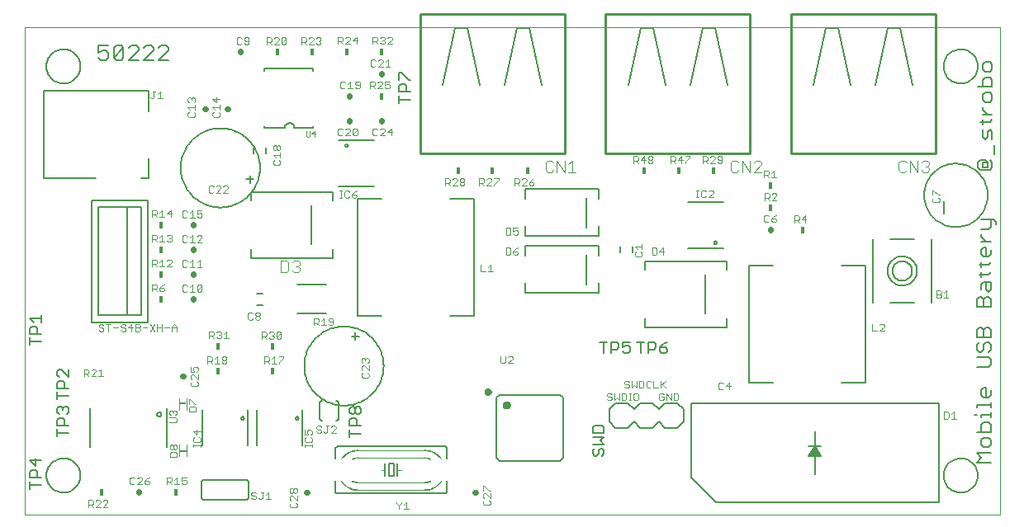
<source format=gto>
G75*
G70*
%OFA0B0*%
%FSLAX24Y24*%
%IPPOS*%
%LPD*%
%AMOC8*
5,1,8,0,0,1.08239X$1,22.5*
%
%ADD10C,0.0000*%
%ADD11C,0.0030*%
%ADD12C,0.0070*%
%ADD13R,0.0180X0.0300*%
%ADD14C,0.0220*%
%ADD15C,0.0060*%
%ADD16C,0.0080*%
%ADD17C,0.0050*%
%ADD18C,0.0160*%
%ADD19C,0.0157*%
%ADD20C,0.0020*%
%ADD21C,0.0040*%
%ADD22R,0.0305X0.0050*%
%ADD23C,0.0001*%
%ADD24C,0.0100*%
D10*
X001240Y001540D02*
X001240Y021225D01*
X040610Y021225D01*
X040610Y001540D01*
X001240Y001540D01*
D11*
X003821Y001835D02*
X003821Y002125D01*
X003966Y002125D01*
X004015Y002077D01*
X004015Y001980D01*
X003966Y001932D01*
X003821Y001932D01*
X003918Y001932D02*
X004015Y001835D01*
X004116Y001835D02*
X004309Y002028D01*
X004309Y002077D01*
X004261Y002125D01*
X004164Y002125D01*
X004116Y002077D01*
X004116Y001835D02*
X004309Y001835D01*
X004410Y001835D02*
X004604Y002028D01*
X004604Y002077D01*
X004555Y002125D01*
X004459Y002125D01*
X004410Y002077D01*
X004410Y001835D02*
X004604Y001835D01*
X005553Y002755D02*
X005650Y002755D01*
X005698Y002803D01*
X005800Y002755D02*
X005993Y002948D01*
X005993Y002997D01*
X005945Y003045D01*
X005848Y003045D01*
X005800Y002997D01*
X005698Y002997D02*
X005650Y003045D01*
X005553Y003045D01*
X005505Y002997D01*
X005505Y002803D01*
X005553Y002755D01*
X005800Y002755D02*
X005993Y002755D01*
X006094Y002803D02*
X006094Y002900D01*
X006239Y002900D01*
X006288Y002852D01*
X006288Y002803D01*
X006239Y002755D01*
X006143Y002755D01*
X006094Y002803D01*
X006094Y002900D02*
X006191Y002997D01*
X006288Y003045D01*
X007005Y003045D02*
X007005Y002755D01*
X007005Y002852D02*
X007150Y002852D01*
X007198Y002900D01*
X007198Y002997D01*
X007150Y003045D01*
X007005Y003045D01*
X007102Y002852D02*
X007198Y002755D01*
X007300Y002755D02*
X007493Y002755D01*
X007396Y002755D02*
X007396Y003045D01*
X007300Y002948D01*
X007594Y002900D02*
X007691Y002948D01*
X007739Y002948D01*
X007788Y002900D01*
X007788Y002803D01*
X007739Y002755D01*
X007643Y002755D01*
X007594Y002803D01*
X007594Y002900D02*
X007594Y003045D01*
X007788Y003045D01*
X007405Y003865D02*
X007115Y003865D01*
X007115Y004010D01*
X007163Y004058D01*
X007357Y004058D01*
X007405Y004010D01*
X007405Y003865D01*
X007357Y004160D02*
X007308Y004160D01*
X007260Y004208D01*
X007260Y004305D01*
X007308Y004353D01*
X007357Y004353D01*
X007405Y004305D01*
X007405Y004208D01*
X007357Y004160D01*
X007260Y004208D02*
X007212Y004160D01*
X007163Y004160D01*
X007115Y004208D01*
X007115Y004305D01*
X007163Y004353D01*
X007212Y004353D01*
X007260Y004305D01*
X008055Y004318D02*
X008345Y004318D01*
X008345Y004366D02*
X008345Y004269D01*
X008297Y004466D02*
X008103Y004466D01*
X008055Y004514D01*
X008055Y004611D01*
X008103Y004659D01*
X008200Y004760D02*
X008200Y004954D01*
X008345Y004905D02*
X008055Y004905D01*
X008200Y004760D01*
X008297Y004659D02*
X008345Y004611D01*
X008345Y004514D01*
X008297Y004466D01*
X008055Y004366D02*
X008055Y004269D01*
X007338Y005257D02*
X007387Y005305D01*
X007387Y005402D01*
X007338Y005451D01*
X007096Y005451D01*
X007145Y005552D02*
X007096Y005600D01*
X007096Y005697D01*
X007145Y005745D01*
X007193Y005745D01*
X007242Y005697D01*
X007290Y005745D01*
X007338Y005745D01*
X007387Y005697D01*
X007387Y005600D01*
X007338Y005552D01*
X007242Y005648D02*
X007242Y005697D01*
X007338Y005257D02*
X007096Y005257D01*
X007875Y005706D02*
X007875Y005851D01*
X007923Y005899D01*
X008117Y005899D01*
X008165Y005851D01*
X008165Y005706D01*
X007875Y005706D01*
X007875Y006000D02*
X007875Y006194D01*
X007923Y006194D01*
X008117Y006000D01*
X008165Y006000D01*
X008197Y006721D02*
X008245Y006769D01*
X008245Y006866D01*
X008197Y006915D01*
X008245Y007016D02*
X008052Y007209D01*
X008003Y007209D01*
X007955Y007161D01*
X007955Y007064D01*
X008003Y007016D01*
X008003Y006915D02*
X007955Y006866D01*
X007955Y006769D01*
X008003Y006721D01*
X008197Y006721D01*
X008245Y007016D02*
X008245Y007209D01*
X008197Y007310D02*
X008245Y007359D01*
X008245Y007455D01*
X008197Y007504D01*
X008100Y007504D01*
X008052Y007455D01*
X008052Y007407D01*
X008100Y007310D01*
X007955Y007310D01*
X007955Y007504D01*
X008621Y007635D02*
X008621Y007925D01*
X008766Y007925D01*
X008815Y007877D01*
X008815Y007780D01*
X008766Y007732D01*
X008621Y007732D01*
X008718Y007732D02*
X008815Y007635D01*
X008916Y007635D02*
X009109Y007635D01*
X009012Y007635D02*
X009012Y007925D01*
X008916Y007828D01*
X009210Y007828D02*
X009210Y007877D01*
X009259Y007925D01*
X009355Y007925D01*
X009404Y007877D01*
X009404Y007828D01*
X009355Y007780D01*
X009259Y007780D01*
X009210Y007828D01*
X009259Y007780D02*
X009210Y007732D01*
X009210Y007683D01*
X009259Y007635D01*
X009355Y007635D01*
X009404Y007683D01*
X009404Y007732D01*
X009355Y007780D01*
X009391Y008655D02*
X009391Y008945D01*
X009294Y008848D01*
X009193Y008848D02*
X009145Y008800D01*
X009193Y008752D01*
X009193Y008703D01*
X009145Y008655D01*
X009048Y008655D01*
X009000Y008703D01*
X008898Y008655D02*
X008802Y008752D01*
X008850Y008752D02*
X008705Y008752D01*
X008705Y008655D02*
X008705Y008945D01*
X008850Y008945D01*
X008898Y008897D01*
X008898Y008800D01*
X008850Y008752D01*
X009000Y008897D02*
X009048Y008945D01*
X009145Y008945D01*
X009193Y008897D01*
X009193Y008848D01*
X009145Y008800D02*
X009096Y008800D01*
X009294Y008655D02*
X009488Y008655D01*
X010266Y009458D02*
X010314Y009410D01*
X010411Y009410D01*
X010459Y009458D01*
X010560Y009458D02*
X010560Y009507D01*
X010609Y009555D01*
X010705Y009555D01*
X010754Y009507D01*
X010754Y009458D01*
X010705Y009410D01*
X010609Y009410D01*
X010560Y009458D01*
X010609Y009555D02*
X010560Y009603D01*
X010560Y009652D01*
X010609Y009700D01*
X010705Y009700D01*
X010754Y009652D01*
X010754Y009603D01*
X010705Y009555D01*
X010459Y009652D02*
X010411Y009700D01*
X010314Y009700D01*
X010266Y009652D01*
X010266Y009458D01*
X010821Y008925D02*
X010966Y008925D01*
X011015Y008877D01*
X011015Y008780D01*
X010966Y008732D01*
X010821Y008732D01*
X010918Y008732D02*
X011015Y008635D01*
X011116Y008683D02*
X011164Y008635D01*
X011261Y008635D01*
X011309Y008683D01*
X011309Y008732D01*
X011261Y008780D01*
X011212Y008780D01*
X011261Y008780D02*
X011309Y008828D01*
X011309Y008877D01*
X011261Y008925D01*
X011164Y008925D01*
X011116Y008877D01*
X011410Y008877D02*
X011410Y008683D01*
X011604Y008877D01*
X011604Y008683D01*
X011555Y008635D01*
X011459Y008635D01*
X011410Y008683D01*
X011410Y008877D02*
X011459Y008925D01*
X011555Y008925D01*
X011604Y008877D01*
X010821Y008925D02*
X010821Y008635D01*
X010921Y007925D02*
X011066Y007925D01*
X011115Y007877D01*
X011115Y007780D01*
X011066Y007732D01*
X010921Y007732D01*
X011018Y007732D02*
X011115Y007635D01*
X011216Y007635D02*
X011409Y007635D01*
X011312Y007635D02*
X011312Y007925D01*
X011216Y007828D01*
X011510Y007925D02*
X011704Y007925D01*
X011704Y007877D01*
X011510Y007683D01*
X011510Y007635D01*
X010921Y007635D02*
X010921Y007925D01*
X012921Y009185D02*
X012921Y009475D01*
X013066Y009475D01*
X013115Y009427D01*
X013115Y009330D01*
X013066Y009282D01*
X012921Y009282D01*
X013018Y009282D02*
X013115Y009185D01*
X013216Y009185D02*
X013409Y009185D01*
X013312Y009185D02*
X013312Y009475D01*
X013216Y009378D01*
X013510Y009378D02*
X013559Y009330D01*
X013704Y009330D01*
X013704Y009233D02*
X013704Y009427D01*
X013655Y009475D01*
X013559Y009475D01*
X013510Y009427D01*
X013510Y009378D01*
X013510Y009233D02*
X013559Y009185D01*
X013655Y009185D01*
X013704Y009233D01*
X014903Y007854D02*
X014952Y007854D01*
X015000Y007805D01*
X015048Y007854D01*
X015097Y007854D01*
X015145Y007805D01*
X015145Y007709D01*
X015097Y007660D01*
X015145Y007559D02*
X015145Y007366D01*
X014952Y007559D01*
X014903Y007559D01*
X014855Y007511D01*
X014855Y007414D01*
X014903Y007366D01*
X014903Y007265D02*
X014855Y007216D01*
X014855Y007119D01*
X014903Y007071D01*
X015097Y007071D01*
X015145Y007119D01*
X015145Y007216D01*
X015097Y007265D01*
X014903Y007660D02*
X014855Y007709D01*
X014855Y007805D01*
X014903Y007854D01*
X015000Y007805D02*
X015000Y007757D01*
X013763Y005125D02*
X013666Y005125D01*
X013618Y005077D01*
X013517Y005125D02*
X013420Y005125D01*
X013468Y005125D02*
X013468Y004883D01*
X013420Y004835D01*
X013372Y004835D01*
X013323Y004883D01*
X013222Y004883D02*
X013174Y004835D01*
X013077Y004835D01*
X013029Y004883D01*
X013077Y004980D02*
X013174Y004980D01*
X013222Y004932D01*
X013222Y004883D01*
X013077Y004980D02*
X013029Y005028D01*
X013029Y005077D01*
X013077Y005125D01*
X013174Y005125D01*
X013222Y005077D01*
X012845Y004905D02*
X012845Y004809D01*
X012797Y004760D01*
X012700Y004760D02*
X012652Y004857D01*
X012652Y004905D01*
X012700Y004954D01*
X012797Y004954D01*
X012845Y004905D01*
X012700Y004760D02*
X012555Y004760D01*
X012555Y004954D01*
X012603Y004659D02*
X012555Y004611D01*
X012555Y004514D01*
X012603Y004466D01*
X012797Y004466D01*
X012845Y004514D01*
X012845Y004611D01*
X012797Y004659D01*
X012845Y004366D02*
X012845Y004269D01*
X012845Y004318D02*
X012555Y004318D01*
X012555Y004366D02*
X012555Y004269D01*
X013618Y004835D02*
X013811Y005028D01*
X013811Y005077D01*
X013763Y005125D01*
X013811Y004835D02*
X013618Y004835D01*
X012197Y002604D02*
X012245Y002555D01*
X012245Y002459D01*
X012197Y002410D01*
X012148Y002410D01*
X012100Y002459D01*
X012100Y002555D01*
X012148Y002604D01*
X012197Y002604D01*
X012100Y002555D02*
X012052Y002604D01*
X012003Y002604D01*
X011955Y002555D01*
X011955Y002459D01*
X012003Y002410D01*
X012052Y002410D01*
X012100Y002459D01*
X012052Y002309D02*
X012003Y002309D01*
X011955Y002261D01*
X011955Y002164D01*
X012003Y002116D01*
X012003Y002015D02*
X011955Y001966D01*
X011955Y001869D01*
X012003Y001821D01*
X012197Y001821D01*
X012245Y001869D01*
X012245Y001966D01*
X012197Y002015D01*
X012245Y002116D02*
X012052Y002309D01*
X012245Y002309D02*
X012245Y002116D01*
X011188Y002155D02*
X010994Y002155D01*
X011091Y002155D02*
X011091Y002445D01*
X010994Y002348D01*
X010893Y002445D02*
X010796Y002445D01*
X010845Y002445D02*
X010845Y002203D01*
X010796Y002155D01*
X010748Y002155D01*
X010700Y002203D01*
X010598Y002203D02*
X010550Y002155D01*
X010453Y002155D01*
X010405Y002203D01*
X010453Y002300D02*
X010550Y002300D01*
X010598Y002252D01*
X010598Y002203D01*
X010453Y002300D02*
X010405Y002348D01*
X010405Y002397D01*
X010453Y002445D01*
X010550Y002445D01*
X010598Y002397D01*
X016255Y002045D02*
X016255Y001997D01*
X016352Y001900D01*
X016352Y001755D01*
X016352Y001900D02*
X016448Y001997D01*
X016448Y002045D01*
X016550Y001948D02*
X016646Y002045D01*
X016646Y001755D01*
X016550Y001755D02*
X016743Y001755D01*
X019755Y001969D02*
X019803Y001921D01*
X019997Y001921D01*
X020045Y001969D01*
X020045Y002066D01*
X019997Y002115D01*
X020045Y002216D02*
X019852Y002409D01*
X019803Y002409D01*
X019755Y002361D01*
X019755Y002264D01*
X019803Y002216D01*
X019803Y002115D02*
X019755Y002066D01*
X019755Y001969D01*
X020045Y002216D02*
X020045Y002409D01*
X020045Y002510D02*
X019997Y002510D01*
X019803Y002704D01*
X019755Y002704D01*
X019755Y002510D01*
X024755Y006203D02*
X024803Y006155D01*
X024900Y006155D01*
X024948Y006203D01*
X024948Y006252D01*
X024900Y006300D01*
X024803Y006300D01*
X024755Y006348D01*
X024755Y006397D01*
X024803Y006445D01*
X024900Y006445D01*
X024948Y006397D01*
X025050Y006445D02*
X025050Y006155D01*
X025146Y006252D01*
X025243Y006155D01*
X025243Y006445D01*
X025344Y006445D02*
X025489Y006445D01*
X025538Y006397D01*
X025538Y006203D01*
X025489Y006155D01*
X025344Y006155D01*
X025344Y006445D01*
X025503Y006655D02*
X025455Y006703D01*
X025503Y006655D02*
X025600Y006655D01*
X025648Y006703D01*
X025648Y006752D01*
X025600Y006800D01*
X025503Y006800D01*
X025455Y006848D01*
X025455Y006897D01*
X025503Y006945D01*
X025600Y006945D01*
X025648Y006897D01*
X025750Y006945D02*
X025750Y006655D01*
X025846Y006752D01*
X025943Y006655D01*
X025943Y006945D01*
X026044Y006945D02*
X026189Y006945D01*
X026238Y006897D01*
X026238Y006703D01*
X026189Y006655D01*
X026044Y006655D01*
X026044Y006945D01*
X026339Y006897D02*
X026339Y006703D01*
X026387Y006655D01*
X026484Y006655D01*
X026532Y006703D01*
X026634Y006655D02*
X026827Y006655D01*
X026928Y006655D02*
X026928Y006945D01*
X026977Y006800D02*
X027122Y006655D01*
X027150Y006445D02*
X027343Y006155D01*
X027343Y006445D01*
X027444Y006445D02*
X027589Y006445D01*
X027638Y006397D01*
X027638Y006203D01*
X027589Y006155D01*
X027444Y006155D01*
X027444Y006445D01*
X027150Y006445D02*
X027150Y006155D01*
X027048Y006203D02*
X027048Y006300D01*
X026952Y006300D01*
X027048Y006203D02*
X027000Y006155D01*
X026903Y006155D01*
X026855Y006203D01*
X026855Y006397D01*
X026903Y006445D01*
X027000Y006445D01*
X027048Y006397D01*
X026634Y006655D02*
X026634Y006945D01*
X026532Y006897D02*
X026484Y006945D01*
X026387Y006945D01*
X026339Y006897D01*
X025981Y006445D02*
X025884Y006445D01*
X025835Y006397D01*
X025835Y006203D01*
X025884Y006155D01*
X025981Y006155D01*
X026029Y006203D01*
X026029Y006397D01*
X025981Y006445D01*
X025736Y006445D02*
X025639Y006445D01*
X025687Y006445D02*
X025687Y006155D01*
X025639Y006155D02*
X025736Y006155D01*
X026928Y006752D02*
X027122Y006945D01*
X029266Y006827D02*
X029266Y006633D01*
X029314Y006585D01*
X029411Y006585D01*
X029459Y006633D01*
X029560Y006730D02*
X029754Y006730D01*
X029705Y006585D02*
X029705Y006875D01*
X029560Y006730D01*
X029459Y006827D02*
X029411Y006875D01*
X029314Y006875D01*
X029266Y006827D01*
X035455Y008955D02*
X035648Y008955D01*
X035750Y008955D02*
X035943Y009148D01*
X035943Y009197D01*
X035895Y009245D01*
X035798Y009245D01*
X035750Y009197D01*
X035750Y008955D02*
X035943Y008955D01*
X035455Y008955D02*
X035455Y009245D01*
X038048Y010300D02*
X038048Y010590D01*
X038193Y010590D01*
X038241Y010542D01*
X038241Y010493D01*
X038193Y010445D01*
X038048Y010445D01*
X038193Y010445D02*
X038241Y010397D01*
X038241Y010348D01*
X038193Y010300D01*
X038048Y010300D01*
X038342Y010300D02*
X038536Y010300D01*
X038439Y010300D02*
X038439Y010590D01*
X038342Y010493D01*
X032755Y013335D02*
X032755Y013625D01*
X032610Y013480D01*
X032804Y013480D01*
X032509Y013480D02*
X032461Y013432D01*
X032316Y013432D01*
X032412Y013432D02*
X032509Y013335D01*
X032509Y013480D02*
X032509Y013577D01*
X032461Y013625D01*
X032316Y013625D01*
X032316Y013335D01*
X031593Y013403D02*
X031593Y013452D01*
X031545Y013500D01*
X031400Y013500D01*
X031400Y013403D01*
X031448Y013355D01*
X031545Y013355D01*
X031593Y013403D01*
X031496Y013597D02*
X031400Y013500D01*
X031496Y013597D02*
X031593Y013645D01*
X031298Y013597D02*
X031250Y013645D01*
X031153Y013645D01*
X031105Y013597D01*
X031105Y013403D01*
X031153Y013355D01*
X031250Y013355D01*
X031298Y013403D01*
X031309Y014235D02*
X031212Y014332D01*
X031261Y014332D02*
X031116Y014332D01*
X031116Y014235D02*
X031116Y014525D01*
X031261Y014525D01*
X031309Y014477D01*
X031309Y014380D01*
X031261Y014332D01*
X031410Y014235D02*
X031604Y014428D01*
X031604Y014477D01*
X031555Y014525D01*
X031459Y014525D01*
X031410Y014477D01*
X031410Y014235D02*
X031604Y014235D01*
X031593Y015155D02*
X031400Y015155D01*
X031496Y015155D02*
X031496Y015445D01*
X031400Y015348D01*
X031298Y015300D02*
X031298Y015397D01*
X031250Y015445D01*
X031105Y015445D01*
X031105Y015155D01*
X031105Y015252D02*
X031250Y015252D01*
X031298Y015300D01*
X031202Y015252D02*
X031298Y015155D01*
X029404Y015783D02*
X029404Y015977D01*
X029355Y016025D01*
X029259Y016025D01*
X029210Y015977D01*
X029210Y015928D01*
X029259Y015880D01*
X029404Y015880D01*
X029404Y015783D02*
X029355Y015735D01*
X029259Y015735D01*
X029210Y015783D01*
X029109Y015735D02*
X028916Y015735D01*
X029109Y015928D01*
X029109Y015977D01*
X029061Y016025D01*
X028964Y016025D01*
X028916Y015977D01*
X028815Y015977D02*
X028815Y015880D01*
X028766Y015832D01*
X028621Y015832D01*
X028718Y015832D02*
X028815Y015735D01*
X028621Y015735D02*
X028621Y016025D01*
X028766Y016025D01*
X028815Y015977D01*
X028104Y015977D02*
X027910Y015783D01*
X027910Y015735D01*
X027761Y015735D02*
X027761Y016025D01*
X027616Y015880D01*
X027809Y015880D01*
X027910Y016025D02*
X028104Y016025D01*
X028104Y015977D01*
X027515Y015977D02*
X027515Y015880D01*
X027466Y015832D01*
X027321Y015832D01*
X027418Y015832D02*
X027515Y015735D01*
X027321Y015735D02*
X027321Y016025D01*
X027466Y016025D01*
X027515Y015977D01*
X026604Y015977D02*
X026604Y015928D01*
X026555Y015880D01*
X026459Y015880D01*
X026410Y015928D01*
X026410Y015977D01*
X026459Y016025D01*
X026555Y016025D01*
X026604Y015977D01*
X026555Y015880D02*
X026604Y015832D01*
X026604Y015783D01*
X026555Y015735D01*
X026459Y015735D01*
X026410Y015783D01*
X026410Y015832D01*
X026459Y015880D01*
X026309Y015880D02*
X026116Y015880D01*
X026261Y016025D01*
X026261Y015735D01*
X026015Y015735D02*
X025918Y015832D01*
X025966Y015832D02*
X025821Y015832D01*
X025821Y015735D02*
X025821Y016025D01*
X025966Y016025D01*
X026015Y015977D01*
X026015Y015880D01*
X025966Y015832D01*
X028355Y014645D02*
X028452Y014645D01*
X028403Y014645D02*
X028403Y014355D01*
X028355Y014355D02*
X028452Y014355D01*
X028551Y014403D02*
X028600Y014355D01*
X028697Y014355D01*
X028745Y014403D01*
X028846Y014355D02*
X029040Y014548D01*
X029040Y014597D01*
X028991Y014645D01*
X028894Y014645D01*
X028846Y014597D01*
X028745Y014597D02*
X028697Y014645D01*
X028600Y014645D01*
X028551Y014597D01*
X028551Y014403D01*
X028846Y014355D02*
X029040Y014355D01*
X027017Y012320D02*
X026872Y012175D01*
X027065Y012175D01*
X027017Y012030D02*
X027017Y012320D01*
X026771Y012272D02*
X026771Y012078D01*
X026722Y012030D01*
X026577Y012030D01*
X026577Y012320D01*
X026722Y012320D01*
X026771Y012272D01*
X026170Y012260D02*
X026170Y012454D01*
X026170Y012357D02*
X025880Y012357D01*
X025977Y012260D01*
X025928Y012159D02*
X025880Y012111D01*
X025880Y012014D01*
X025928Y011966D01*
X026122Y011966D01*
X026170Y012014D01*
X026170Y012111D01*
X026122Y012159D01*
X021165Y012133D02*
X021117Y012181D01*
X020972Y012181D01*
X020972Y012084D01*
X021020Y012036D01*
X021117Y012036D01*
X021165Y012084D01*
X021165Y012133D01*
X021068Y012278D02*
X020972Y012181D01*
X021068Y012278D02*
X021165Y012326D01*
X020871Y012278D02*
X020871Y012084D01*
X020822Y012036D01*
X020677Y012036D01*
X020677Y012326D01*
X020822Y012326D01*
X020871Y012278D01*
X020822Y012836D02*
X020677Y012836D01*
X020677Y013126D01*
X020822Y013126D01*
X020871Y013078D01*
X020871Y012884D01*
X020822Y012836D01*
X020972Y012884D02*
X021020Y012836D01*
X021117Y012836D01*
X021165Y012884D01*
X021165Y012981D01*
X021117Y013030D01*
X021068Y013030D01*
X020972Y012981D01*
X020972Y013126D01*
X021165Y013126D01*
X020046Y011645D02*
X020046Y011355D01*
X019950Y011355D02*
X020143Y011355D01*
X019950Y011548D02*
X020046Y011645D01*
X019848Y011355D02*
X019655Y011355D01*
X019655Y011645D01*
X014654Y014383D02*
X014654Y014432D01*
X014605Y014480D01*
X014460Y014480D01*
X014460Y014383D01*
X014509Y014335D01*
X014605Y014335D01*
X014654Y014383D01*
X014557Y014577D02*
X014460Y014480D01*
X014557Y014577D02*
X014654Y014625D01*
X014359Y014577D02*
X014311Y014625D01*
X014214Y014625D01*
X014166Y014577D01*
X014166Y014383D01*
X014214Y014335D01*
X014311Y014335D01*
X014359Y014383D01*
X014066Y014335D02*
X013969Y014335D01*
X014018Y014335D02*
X014018Y014625D01*
X014066Y014625D02*
X013969Y014625D01*
X011570Y015719D02*
X011570Y015816D01*
X011522Y015865D01*
X011570Y015966D02*
X011570Y016159D01*
X011570Y016062D02*
X011280Y016062D01*
X011377Y015966D01*
X011328Y015865D02*
X011280Y015816D01*
X011280Y015719D01*
X011328Y015671D01*
X011522Y015671D01*
X011570Y015719D01*
X011522Y016260D02*
X011473Y016260D01*
X011425Y016309D01*
X011425Y016405D01*
X011473Y016454D01*
X011522Y016454D01*
X011570Y016405D01*
X011570Y016309D01*
X011522Y016260D01*
X011425Y016309D02*
X011377Y016260D01*
X011328Y016260D01*
X011280Y016309D01*
X011280Y016405D01*
X011328Y016454D01*
X011377Y016454D01*
X011425Y016405D01*
X009125Y017653D02*
X009125Y017750D01*
X009077Y017798D01*
X009125Y017900D02*
X009125Y018093D01*
X009125Y017996D02*
X008835Y017996D01*
X008932Y017900D01*
X008883Y017798D02*
X008835Y017750D01*
X008835Y017653D01*
X008883Y017605D01*
X009077Y017605D01*
X009125Y017653D01*
X008980Y018194D02*
X008980Y018388D01*
X009125Y018339D02*
X008835Y018339D01*
X008980Y018194D01*
X008125Y018243D02*
X008077Y018194D01*
X008125Y018243D02*
X008125Y018339D01*
X008077Y018388D01*
X008028Y018388D01*
X007980Y018339D01*
X007980Y018291D01*
X007980Y018339D02*
X007932Y018388D01*
X007883Y018388D01*
X007835Y018339D01*
X007835Y018243D01*
X007883Y018194D01*
X007835Y017996D02*
X008125Y017996D01*
X008125Y017900D02*
X008125Y018093D01*
X007932Y017900D02*
X007835Y017996D01*
X007883Y017798D02*
X007835Y017750D01*
X007835Y017653D01*
X007883Y017605D01*
X008077Y017605D01*
X008125Y017653D01*
X008125Y017750D01*
X008077Y017798D01*
X006808Y018354D02*
X006615Y018354D01*
X006711Y018354D02*
X006711Y018644D01*
X006615Y018547D01*
X006514Y018644D02*
X006417Y018644D01*
X006465Y018644D02*
X006465Y018402D01*
X006417Y018354D01*
X006368Y018354D01*
X006320Y018402D01*
X009816Y020583D02*
X009864Y020535D01*
X009961Y020535D01*
X010009Y020583D01*
X010110Y020583D02*
X010159Y020535D01*
X010255Y020535D01*
X010304Y020583D01*
X010304Y020777D01*
X010255Y020825D01*
X010159Y020825D01*
X010110Y020777D01*
X010110Y020728D01*
X010159Y020680D01*
X010304Y020680D01*
X010009Y020777D02*
X009961Y020825D01*
X009864Y020825D01*
X009816Y020777D01*
X009816Y020583D01*
X011021Y020535D02*
X011021Y020825D01*
X011166Y020825D01*
X011215Y020777D01*
X011215Y020680D01*
X011166Y020632D01*
X011021Y020632D01*
X011118Y020632D02*
X011215Y020535D01*
X011316Y020535D02*
X011509Y020728D01*
X011509Y020777D01*
X011461Y020825D01*
X011364Y020825D01*
X011316Y020777D01*
X011316Y020535D02*
X011509Y020535D01*
X011610Y020583D02*
X011804Y020777D01*
X011804Y020583D01*
X011755Y020535D01*
X011659Y020535D01*
X011610Y020583D01*
X011610Y020777D01*
X011659Y020825D01*
X011755Y020825D01*
X011804Y020777D01*
X012421Y020825D02*
X012421Y020535D01*
X012421Y020632D02*
X012566Y020632D01*
X012615Y020680D01*
X012615Y020777D01*
X012566Y020825D01*
X012421Y020825D01*
X012518Y020632D02*
X012615Y020535D01*
X012716Y020535D02*
X012909Y020728D01*
X012909Y020777D01*
X012861Y020825D01*
X012764Y020825D01*
X012716Y020777D01*
X012716Y020535D02*
X012909Y020535D01*
X013010Y020583D02*
X013059Y020535D01*
X013155Y020535D01*
X013204Y020583D01*
X013204Y020632D01*
X013155Y020680D01*
X013107Y020680D01*
X013155Y020680D02*
X013204Y020728D01*
X013204Y020777D01*
X013155Y020825D01*
X013059Y020825D01*
X013010Y020777D01*
X013905Y020845D02*
X013905Y020555D01*
X013905Y020652D02*
X014050Y020652D01*
X014098Y020700D01*
X014098Y020797D01*
X014050Y020845D01*
X013905Y020845D01*
X014002Y020652D02*
X014098Y020555D01*
X014200Y020555D02*
X014393Y020748D01*
X014393Y020797D01*
X014345Y020845D01*
X014248Y020845D01*
X014200Y020797D01*
X014200Y020555D02*
X014393Y020555D01*
X014494Y020700D02*
X014688Y020700D01*
X014639Y020555D02*
X014639Y020845D01*
X014494Y020700D01*
X015305Y020652D02*
X015450Y020652D01*
X015498Y020700D01*
X015498Y020797D01*
X015450Y020845D01*
X015305Y020845D01*
X015305Y020555D01*
X015402Y020652D02*
X015498Y020555D01*
X015600Y020603D02*
X015648Y020555D01*
X015745Y020555D01*
X015793Y020603D01*
X015793Y020652D01*
X015745Y020700D01*
X015696Y020700D01*
X015745Y020700D02*
X015793Y020748D01*
X015793Y020797D01*
X015745Y020845D01*
X015648Y020845D01*
X015600Y020797D01*
X015894Y020797D02*
X015943Y020845D01*
X016039Y020845D01*
X016088Y020797D01*
X016088Y020748D01*
X015894Y020555D01*
X016088Y020555D01*
X015907Y019925D02*
X015907Y019635D01*
X015810Y019635D02*
X016004Y019635D01*
X015810Y019828D02*
X015907Y019925D01*
X015709Y019877D02*
X015661Y019925D01*
X015564Y019925D01*
X015516Y019877D01*
X015415Y019877D02*
X015366Y019925D01*
X015269Y019925D01*
X015221Y019877D01*
X015221Y019683D01*
X015269Y019635D01*
X015366Y019635D01*
X015415Y019683D01*
X015516Y019635D02*
X015709Y019828D01*
X015709Y019877D01*
X015709Y019635D02*
X015516Y019635D01*
X015548Y019045D02*
X015500Y018997D01*
X015548Y019045D02*
X015645Y019045D01*
X015693Y018997D01*
X015693Y018948D01*
X015500Y018755D01*
X015693Y018755D01*
X015794Y018803D02*
X015843Y018755D01*
X015939Y018755D01*
X015988Y018803D01*
X015988Y018900D01*
X015939Y018948D01*
X015891Y018948D01*
X015794Y018900D01*
X015794Y019045D01*
X015988Y019045D01*
X015398Y018997D02*
X015398Y018900D01*
X015350Y018852D01*
X015205Y018852D01*
X015302Y018852D02*
X015398Y018755D01*
X015205Y018755D02*
X015205Y019045D01*
X015350Y019045D01*
X015398Y018997D01*
X014788Y018997D02*
X014788Y018803D01*
X014739Y018755D01*
X014643Y018755D01*
X014594Y018803D01*
X014643Y018900D02*
X014788Y018900D01*
X014788Y018997D02*
X014739Y019045D01*
X014643Y019045D01*
X014594Y018997D01*
X014594Y018948D01*
X014643Y018900D01*
X014493Y018755D02*
X014300Y018755D01*
X014396Y018755D02*
X014396Y019045D01*
X014300Y018948D01*
X014198Y018997D02*
X014150Y019045D01*
X014053Y019045D01*
X014005Y018997D01*
X014005Y018803D01*
X014053Y018755D01*
X014150Y018755D01*
X014198Y018803D01*
X014248Y017145D02*
X014200Y017097D01*
X014248Y017145D02*
X014345Y017145D01*
X014393Y017097D01*
X014393Y017048D01*
X014200Y016855D01*
X014393Y016855D01*
X014494Y016903D02*
X014688Y017097D01*
X014688Y016903D01*
X014639Y016855D01*
X014543Y016855D01*
X014494Y016903D01*
X014494Y017097D01*
X014543Y017145D01*
X014639Y017145D01*
X014688Y017097D01*
X015305Y017097D02*
X015305Y016903D01*
X015353Y016855D01*
X015450Y016855D01*
X015498Y016903D01*
X015600Y016855D02*
X015793Y017048D01*
X015793Y017097D01*
X015745Y017145D01*
X015648Y017145D01*
X015600Y017097D01*
X015498Y017097D02*
X015450Y017145D01*
X015353Y017145D01*
X015305Y017097D01*
X015600Y016855D02*
X015793Y016855D01*
X015894Y017000D02*
X016088Y017000D01*
X016039Y016855D02*
X016039Y017145D01*
X015894Y017000D01*
X014098Y016903D02*
X014050Y016855D01*
X013953Y016855D01*
X013905Y016903D01*
X013905Y017097D01*
X013953Y017145D01*
X014050Y017145D01*
X014098Y017097D01*
X018221Y015125D02*
X018221Y014835D01*
X018221Y014932D02*
X018366Y014932D01*
X018415Y014980D01*
X018415Y015077D01*
X018366Y015125D01*
X018221Y015125D01*
X018318Y014932D02*
X018415Y014835D01*
X018516Y014835D02*
X018709Y015028D01*
X018709Y015077D01*
X018661Y015125D01*
X018564Y015125D01*
X018516Y015077D01*
X018516Y014835D02*
X018709Y014835D01*
X018810Y014883D02*
X018859Y014835D01*
X018955Y014835D01*
X019004Y014883D01*
X019004Y014932D01*
X018955Y014980D01*
X018859Y014980D01*
X018810Y015028D01*
X018810Y015077D01*
X018859Y015125D01*
X018955Y015125D01*
X019004Y015077D01*
X019004Y015028D01*
X018955Y014980D01*
X018859Y014980D02*
X018810Y014932D01*
X018810Y014883D01*
X019604Y014930D02*
X019749Y014930D01*
X019797Y014979D01*
X019797Y015075D01*
X019749Y015124D01*
X019604Y015124D01*
X019604Y014833D01*
X019700Y014930D02*
X019797Y014833D01*
X019898Y014833D02*
X020092Y015027D01*
X020092Y015075D01*
X020043Y015124D01*
X019947Y015124D01*
X019898Y015075D01*
X019898Y014833D02*
X020092Y014833D01*
X020193Y014833D02*
X020193Y014882D01*
X020387Y015075D01*
X020387Y015124D01*
X020193Y015124D01*
X021021Y015125D02*
X021021Y014835D01*
X021021Y014932D02*
X021166Y014932D01*
X021215Y014980D01*
X021215Y015077D01*
X021166Y015125D01*
X021021Y015125D01*
X021118Y014932D02*
X021215Y014835D01*
X021316Y014835D02*
X021509Y015028D01*
X021509Y015077D01*
X021461Y015125D01*
X021364Y015125D01*
X021316Y015077D01*
X021316Y014835D02*
X021509Y014835D01*
X021610Y014883D02*
X021659Y014835D01*
X021755Y014835D01*
X021804Y014883D01*
X021804Y014932D01*
X021755Y014980D01*
X021610Y014980D01*
X021610Y014883D01*
X021610Y014980D02*
X021707Y015077D01*
X021804Y015125D01*
X009464Y014786D02*
X009416Y014834D01*
X009319Y014834D01*
X009271Y014786D01*
X009169Y014786D02*
X009121Y014834D01*
X009024Y014834D01*
X008976Y014786D01*
X008875Y014786D02*
X008826Y014834D01*
X008730Y014834D01*
X008681Y014786D01*
X008681Y014592D01*
X008730Y014544D01*
X008826Y014544D01*
X008875Y014592D01*
X008976Y014544D02*
X009169Y014737D01*
X009169Y014786D01*
X009169Y014544D02*
X008976Y014544D01*
X009271Y014544D02*
X009464Y014737D01*
X009464Y014786D01*
X009464Y014544D02*
X009271Y014544D01*
X008404Y013825D02*
X008210Y013825D01*
X008210Y013680D01*
X008307Y013728D01*
X008355Y013728D01*
X008404Y013680D01*
X008404Y013583D01*
X008355Y013535D01*
X008259Y013535D01*
X008210Y013583D01*
X008109Y013535D02*
X007916Y013535D01*
X008012Y013535D02*
X008012Y013825D01*
X007916Y013728D01*
X007815Y013777D02*
X007766Y013825D01*
X007669Y013825D01*
X007621Y013777D01*
X007621Y013583D01*
X007669Y013535D01*
X007766Y013535D01*
X007815Y013583D01*
X007188Y013700D02*
X006994Y013700D01*
X007139Y013845D01*
X007139Y013555D01*
X006893Y013555D02*
X006700Y013555D01*
X006796Y013555D02*
X006796Y013845D01*
X006700Y013748D01*
X006598Y013700D02*
X006550Y013652D01*
X006405Y013652D01*
X006502Y013652D02*
X006598Y013555D01*
X006598Y013700D02*
X006598Y013797D01*
X006550Y013845D01*
X006405Y013845D01*
X006405Y013555D01*
X006405Y012845D02*
X006550Y012845D01*
X006598Y012797D01*
X006598Y012700D01*
X006550Y012652D01*
X006405Y012652D01*
X006502Y012652D02*
X006598Y012555D01*
X006700Y012555D02*
X006893Y012555D01*
X006796Y012555D02*
X006796Y012845D01*
X006700Y012748D01*
X006994Y012797D02*
X007043Y012845D01*
X007139Y012845D01*
X007188Y012797D01*
X007188Y012748D01*
X007139Y012700D01*
X007188Y012652D01*
X007188Y012603D01*
X007139Y012555D01*
X007043Y012555D01*
X006994Y012603D01*
X007091Y012700D02*
X007139Y012700D01*
X007621Y012777D02*
X007621Y012583D01*
X007669Y012535D01*
X007766Y012535D01*
X007815Y012583D01*
X007916Y012535D02*
X008109Y012535D01*
X008012Y012535D02*
X008012Y012825D01*
X007916Y012728D01*
X007815Y012777D02*
X007766Y012825D01*
X007669Y012825D01*
X007621Y012777D01*
X008210Y012777D02*
X008259Y012825D01*
X008355Y012825D01*
X008404Y012777D01*
X008404Y012728D01*
X008210Y012535D01*
X008404Y012535D01*
X008307Y011825D02*
X008307Y011535D01*
X008210Y011535D02*
X008404Y011535D01*
X008210Y011728D02*
X008307Y011825D01*
X008012Y011825D02*
X008012Y011535D01*
X007916Y011535D02*
X008109Y011535D01*
X007916Y011728D02*
X008012Y011825D01*
X007815Y011777D02*
X007766Y011825D01*
X007669Y011825D01*
X007621Y011777D01*
X007621Y011583D01*
X007669Y011535D01*
X007766Y011535D01*
X007815Y011583D01*
X007188Y011555D02*
X006994Y011555D01*
X007188Y011748D01*
X007188Y011797D01*
X007139Y011845D01*
X007043Y011845D01*
X006994Y011797D01*
X006796Y011845D02*
X006796Y011555D01*
X006700Y011555D02*
X006893Y011555D01*
X006700Y011748D02*
X006796Y011845D01*
X006598Y011797D02*
X006598Y011700D01*
X006550Y011652D01*
X006405Y011652D01*
X006502Y011652D02*
X006598Y011555D01*
X006405Y011555D02*
X006405Y011845D01*
X006550Y011845D01*
X006598Y011797D01*
X006405Y012555D02*
X006405Y012845D01*
X006405Y010845D02*
X006550Y010845D01*
X006598Y010797D01*
X006598Y010700D01*
X006550Y010652D01*
X006405Y010652D01*
X006502Y010652D02*
X006598Y010555D01*
X006700Y010603D02*
X006748Y010555D01*
X006845Y010555D01*
X006893Y010603D01*
X006893Y010652D01*
X006845Y010700D01*
X006700Y010700D01*
X006700Y010603D01*
X006700Y010700D02*
X006796Y010797D01*
X006893Y010845D01*
X006405Y010845D02*
X006405Y010555D01*
X007621Y010583D02*
X007669Y010535D01*
X007766Y010535D01*
X007815Y010583D01*
X007916Y010535D02*
X008109Y010535D01*
X008012Y010535D02*
X008012Y010825D01*
X007916Y010728D01*
X007815Y010777D02*
X007766Y010825D01*
X007669Y010825D01*
X007621Y010777D01*
X007621Y010583D01*
X008210Y010583D02*
X008259Y010535D01*
X008355Y010535D01*
X008404Y010583D01*
X008404Y010777D01*
X008210Y010583D01*
X008210Y010777D01*
X008259Y010825D01*
X008355Y010825D01*
X008404Y010777D01*
X007287Y009231D02*
X007384Y009134D01*
X007384Y008941D01*
X007384Y009086D02*
X007190Y009086D01*
X007190Y009134D02*
X007190Y008941D01*
X007089Y009086D02*
X006896Y009086D01*
X006794Y009086D02*
X006601Y009086D01*
X006601Y008941D02*
X006601Y009231D01*
X006500Y009231D02*
X006306Y008941D01*
X006205Y009086D02*
X006012Y009086D01*
X005911Y009134D02*
X005862Y009086D01*
X005717Y009086D01*
X005616Y009086D02*
X005422Y009086D01*
X005567Y009231D01*
X005567Y008941D01*
X005717Y008941D02*
X005717Y009231D01*
X005862Y009231D01*
X005911Y009182D01*
X005911Y009134D01*
X005862Y009086D02*
X005911Y009037D01*
X005911Y008989D01*
X005862Y008941D01*
X005717Y008941D01*
X005321Y008989D02*
X005273Y008941D01*
X005176Y008941D01*
X005128Y008989D01*
X005176Y009086D02*
X005273Y009086D01*
X005321Y009037D01*
X005321Y008989D01*
X005176Y009086D02*
X005128Y009134D01*
X005128Y009182D01*
X005176Y009231D01*
X005273Y009231D01*
X005321Y009182D01*
X005027Y009086D02*
X004833Y009086D01*
X004732Y009231D02*
X004538Y009231D01*
X004635Y009231D02*
X004635Y008941D01*
X004437Y008989D02*
X004389Y008941D01*
X004292Y008941D01*
X004244Y008989D01*
X004292Y009086D02*
X004389Y009086D01*
X004437Y009037D01*
X004437Y008989D01*
X004292Y009086D02*
X004244Y009134D01*
X004244Y009182D01*
X004292Y009231D01*
X004389Y009231D01*
X004437Y009182D01*
X006306Y009231D02*
X006500Y008941D01*
X006794Y008941D02*
X006794Y009231D01*
X007190Y009134D02*
X007287Y009231D01*
X004331Y007416D02*
X004234Y007319D01*
X004133Y007319D02*
X004133Y007368D01*
X004085Y007416D01*
X003988Y007416D01*
X003939Y007368D01*
X003838Y007368D02*
X003838Y007271D01*
X003790Y007223D01*
X003645Y007223D01*
X003742Y007223D02*
X003838Y007126D01*
X003939Y007126D02*
X004133Y007319D01*
X004133Y007126D02*
X003939Y007126D01*
X003838Y007368D02*
X003790Y007416D01*
X003645Y007416D01*
X003645Y007126D01*
X004234Y007126D02*
X004428Y007126D01*
X004331Y007126D02*
X004331Y007416D01*
X020455Y007703D02*
X020503Y007655D01*
X020600Y007655D01*
X020648Y007703D01*
X020648Y007945D01*
X020750Y007897D02*
X020798Y007945D01*
X020895Y007945D01*
X020943Y007897D01*
X020943Y007848D01*
X020750Y007655D01*
X020943Y007655D01*
X020455Y007703D02*
X020455Y007945D01*
X037885Y014203D02*
X037933Y014155D01*
X038127Y014155D01*
X038175Y014203D01*
X038175Y014300D01*
X038127Y014348D01*
X038127Y014450D02*
X038175Y014450D01*
X038127Y014450D02*
X037933Y014643D01*
X037885Y014643D01*
X037885Y014450D01*
X037933Y014348D02*
X037885Y014300D01*
X037885Y014203D01*
X038355Y005695D02*
X038500Y005695D01*
X038548Y005647D01*
X038548Y005453D01*
X038500Y005405D01*
X038355Y005405D01*
X038355Y005695D01*
X038650Y005598D02*
X038746Y005695D01*
X038746Y005405D01*
X038650Y005405D02*
X038843Y005405D01*
D12*
X039576Y005569D02*
X039674Y005569D01*
X039871Y005569D02*
X039871Y005471D01*
X039871Y005569D02*
X040265Y005569D01*
X040265Y005471D02*
X040265Y005668D01*
X040265Y005876D02*
X040265Y006073D01*
X040265Y005974D02*
X039674Y005974D01*
X039674Y005876D01*
X039970Y006281D02*
X039871Y006379D01*
X039871Y006576D01*
X039970Y006675D01*
X040068Y006675D01*
X040068Y006281D01*
X039970Y006281D02*
X040167Y006281D01*
X040265Y006379D01*
X040265Y006576D01*
X040167Y007497D02*
X039674Y007497D01*
X039674Y007890D02*
X040167Y007890D01*
X040265Y007792D01*
X040265Y007595D01*
X040167Y007497D01*
X040167Y008104D02*
X040265Y008203D01*
X040265Y008399D01*
X040167Y008498D01*
X040068Y008498D01*
X039970Y008399D01*
X039970Y008203D01*
X039871Y008104D01*
X039773Y008104D01*
X039674Y008203D01*
X039674Y008399D01*
X039773Y008498D01*
X039674Y008712D02*
X039674Y009007D01*
X039773Y009106D01*
X039871Y009106D01*
X039970Y009007D01*
X039970Y008712D01*
X040265Y008712D02*
X040265Y009007D01*
X040167Y009106D01*
X040068Y009106D01*
X039970Y009007D01*
X040265Y008712D02*
X039674Y008712D01*
X039674Y009927D02*
X039674Y010223D01*
X039773Y010321D01*
X039871Y010321D01*
X039970Y010223D01*
X039970Y009927D01*
X040265Y009927D02*
X040265Y010223D01*
X040167Y010321D01*
X040068Y010321D01*
X039970Y010223D01*
X040167Y010535D02*
X040068Y010634D01*
X040068Y010929D01*
X039970Y010929D02*
X040265Y010929D01*
X040265Y010634D01*
X040167Y010535D01*
X039871Y010634D02*
X039871Y010830D01*
X039970Y010929D01*
X039871Y011143D02*
X039871Y011340D01*
X039773Y011241D02*
X040167Y011241D01*
X040265Y011340D01*
X040167Y011646D02*
X039773Y011646D01*
X039871Y011548D02*
X039871Y011745D01*
X039970Y011953D02*
X039871Y012052D01*
X039871Y012248D01*
X039970Y012347D01*
X040068Y012347D01*
X040068Y011953D01*
X039970Y011953D02*
X040167Y011953D01*
X040265Y012052D01*
X040265Y012248D01*
X040265Y012561D02*
X039871Y012561D01*
X040068Y012561D02*
X039871Y012758D01*
X039871Y012856D01*
X039871Y013067D02*
X040167Y013067D01*
X040265Y013166D01*
X040265Y013461D01*
X040363Y013461D02*
X040462Y013363D01*
X040462Y013264D01*
X040363Y013461D02*
X039871Y013461D01*
X040265Y011745D02*
X040167Y011646D01*
X040265Y009927D02*
X039674Y009927D01*
X039970Y005257D02*
X039871Y005158D01*
X039871Y004863D01*
X039674Y004863D02*
X040265Y004863D01*
X040265Y005158D01*
X040167Y005257D01*
X039970Y005257D01*
X039970Y004649D02*
X039871Y004551D01*
X039871Y004354D01*
X039970Y004255D01*
X040167Y004255D01*
X040265Y004354D01*
X040265Y004551D01*
X040167Y004649D01*
X039970Y004649D01*
X040265Y004041D02*
X039674Y004041D01*
X039871Y003844D01*
X039674Y003648D01*
X040265Y003648D01*
X040207Y015475D02*
X039813Y015475D01*
X039714Y015573D01*
X039714Y015770D01*
X039813Y015869D01*
X040010Y015869D01*
X040108Y015770D01*
X039911Y015770D01*
X039911Y015573D01*
X040108Y015573D01*
X040108Y015770D01*
X040207Y015869D02*
X040305Y015770D01*
X040305Y015573D01*
X040207Y015475D01*
X040403Y016083D02*
X040403Y016476D01*
X040305Y016690D02*
X040305Y016986D01*
X040207Y017084D01*
X040108Y016986D01*
X040108Y016789D01*
X040010Y016690D01*
X039911Y016789D01*
X039911Y017084D01*
X039911Y017298D02*
X039911Y017495D01*
X039813Y017397D02*
X040207Y017397D01*
X040305Y017495D01*
X040305Y017703D02*
X039911Y017703D01*
X040108Y017703D02*
X039911Y017900D01*
X039911Y017999D01*
X040010Y018210D02*
X040207Y018210D01*
X040305Y018308D01*
X040305Y018505D01*
X040207Y018603D01*
X040010Y018603D01*
X039911Y018505D01*
X039911Y018308D01*
X040010Y018210D01*
X039911Y018817D02*
X039911Y019113D01*
X040010Y019211D01*
X040207Y019211D01*
X040305Y019113D01*
X040305Y018817D01*
X039714Y018817D01*
X040010Y019425D02*
X040207Y019425D01*
X040305Y019524D01*
X040305Y019720D01*
X040207Y019819D01*
X040010Y019819D01*
X039911Y019720D01*
X039911Y019524D01*
X040010Y019425D01*
X007061Y019915D02*
X006667Y019915D01*
X007061Y020309D01*
X007061Y020407D01*
X006963Y020506D01*
X006766Y020506D01*
X006667Y020407D01*
X006453Y020407D02*
X006453Y020309D01*
X006060Y019915D01*
X006453Y019915D01*
X005846Y019915D02*
X005452Y019915D01*
X005846Y020309D01*
X005846Y020407D01*
X005747Y020506D01*
X005550Y020506D01*
X005452Y020407D01*
X005238Y020407D02*
X004844Y020013D01*
X004943Y019915D01*
X005139Y019915D01*
X005238Y020013D01*
X005238Y020407D01*
X005139Y020506D01*
X004943Y020506D01*
X004844Y020407D01*
X004844Y020013D01*
X004630Y020013D02*
X004630Y020210D01*
X004532Y020309D01*
X004433Y020309D01*
X004236Y020210D01*
X004236Y020506D01*
X004630Y020506D01*
X004630Y020013D02*
X004532Y019915D01*
X004335Y019915D01*
X004236Y020013D01*
X006060Y020407D02*
X006158Y020506D01*
X006355Y020506D01*
X006453Y020407D01*
D13*
X011440Y020240D03*
X012840Y020240D03*
X014240Y020240D03*
X015640Y020240D03*
X015640Y018440D03*
X018740Y015440D03*
X020123Y015438D03*
X021540Y015440D03*
X026240Y015440D03*
X027640Y015440D03*
X029040Y015440D03*
X031340Y014840D03*
X031340Y013940D03*
X032640Y013040D03*
X011240Y008340D03*
X011240Y007340D03*
X009040Y007340D03*
X009040Y008340D03*
X006740Y010240D03*
X006740Y011240D03*
X006740Y012240D03*
X006740Y013240D03*
X007340Y002440D03*
X004340Y002440D03*
D14*
X005840Y002452D02*
X005840Y002428D01*
X012628Y002440D02*
X012652Y002440D01*
X019428Y002440D02*
X019452Y002440D01*
X007652Y007140D02*
X007628Y007140D01*
X008040Y010228D02*
X008040Y010252D01*
X008040Y011228D02*
X008040Y011252D01*
X008040Y012228D02*
X008040Y012252D01*
X008040Y013228D02*
X008040Y013252D01*
X014340Y017428D02*
X014340Y017452D01*
X015640Y017452D02*
X015640Y017428D01*
X014340Y018428D02*
X014340Y018452D01*
X015640Y019328D02*
X015640Y019352D01*
X009940Y020228D02*
X009940Y020252D01*
X009452Y017940D02*
X009428Y017940D01*
X008552Y017940D02*
X008528Y017940D01*
X031340Y013052D02*
X031340Y013028D01*
D15*
X029450Y012310D02*
X028030Y012310D01*
X025776Y012358D02*
X025776Y012122D01*
X025304Y012122D02*
X025304Y012358D01*
X028030Y014170D02*
X029450Y014170D01*
X029618Y018886D02*
X029118Y021190D01*
X028618Y021190D01*
X028118Y018886D01*
X027118Y018886D02*
X026618Y021190D01*
X026118Y021190D01*
X025618Y018886D01*
X022138Y018886D02*
X021638Y021190D01*
X021138Y021190D01*
X020638Y018886D01*
X019638Y018886D02*
X019138Y021190D01*
X018638Y021190D01*
X018138Y018886D01*
X015350Y016670D02*
X013930Y016670D01*
X010976Y016358D02*
X010976Y016122D01*
X010504Y016122D02*
X010504Y016358D01*
X007550Y015549D02*
X007552Y015629D01*
X007558Y015708D01*
X007568Y015787D01*
X007582Y015866D01*
X007599Y015944D01*
X007621Y016021D01*
X007646Y016096D01*
X007676Y016170D01*
X007708Y016243D01*
X007745Y016314D01*
X007785Y016383D01*
X007828Y016450D01*
X007875Y016515D01*
X007924Y016577D01*
X007977Y016637D01*
X008033Y016694D01*
X008091Y016749D01*
X008152Y016800D01*
X008216Y016848D01*
X008282Y016893D01*
X008350Y016935D01*
X008420Y016973D01*
X008492Y017007D01*
X008565Y017038D01*
X008640Y017066D01*
X008717Y017089D01*
X008794Y017109D01*
X008872Y017125D01*
X008951Y017137D01*
X009030Y017145D01*
X009110Y017149D01*
X009190Y017149D01*
X009270Y017145D01*
X009349Y017137D01*
X009428Y017125D01*
X009506Y017109D01*
X009583Y017089D01*
X009660Y017066D01*
X009735Y017038D01*
X009808Y017007D01*
X009880Y016973D01*
X009950Y016935D01*
X010018Y016893D01*
X010084Y016848D01*
X010148Y016800D01*
X010209Y016749D01*
X010267Y016694D01*
X010323Y016637D01*
X010376Y016577D01*
X010425Y016515D01*
X010472Y016450D01*
X010515Y016383D01*
X010555Y016314D01*
X010592Y016243D01*
X010624Y016170D01*
X010654Y016096D01*
X010679Y016021D01*
X010701Y015944D01*
X010718Y015866D01*
X010732Y015787D01*
X010742Y015708D01*
X010748Y015629D01*
X010750Y015549D01*
X010748Y015469D01*
X010742Y015390D01*
X010732Y015311D01*
X010718Y015232D01*
X010701Y015154D01*
X010679Y015077D01*
X010654Y015002D01*
X010624Y014928D01*
X010592Y014855D01*
X010555Y014784D01*
X010515Y014715D01*
X010472Y014648D01*
X010425Y014583D01*
X010376Y014521D01*
X010323Y014461D01*
X010267Y014404D01*
X010209Y014349D01*
X010148Y014298D01*
X010084Y014250D01*
X010018Y014205D01*
X009950Y014163D01*
X009880Y014125D01*
X009808Y014091D01*
X009735Y014060D01*
X009660Y014032D01*
X009583Y014009D01*
X009506Y013989D01*
X009428Y013973D01*
X009349Y013961D01*
X009270Y013953D01*
X009190Y013949D01*
X009110Y013949D01*
X009030Y013953D01*
X008951Y013961D01*
X008872Y013973D01*
X008794Y013989D01*
X008717Y014009D01*
X008640Y014032D01*
X008565Y014060D01*
X008492Y014091D01*
X008420Y014125D01*
X008350Y014163D01*
X008282Y014205D01*
X008216Y014250D01*
X008152Y014298D01*
X008091Y014349D01*
X008033Y014404D01*
X007977Y014461D01*
X007924Y014521D01*
X007875Y014583D01*
X007828Y014648D01*
X007785Y014715D01*
X007745Y014784D01*
X007708Y014855D01*
X007676Y014928D01*
X007646Y015002D01*
X007621Y015077D01*
X007599Y015154D01*
X007582Y015232D01*
X007568Y015311D01*
X007558Y015390D01*
X007552Y015469D01*
X007550Y015549D01*
X010200Y015099D02*
X010500Y015099D01*
X010350Y015249D02*
X010350Y014949D01*
X013930Y014810D02*
X015350Y014810D01*
X013420Y010820D02*
X012250Y010820D01*
X010858Y010476D02*
X010622Y010476D01*
X010622Y010004D02*
X010858Y010004D01*
X012250Y009660D02*
X013420Y009660D01*
X014590Y008890D02*
X014590Y008590D01*
X014440Y008740D02*
X014740Y008740D01*
X012540Y007540D02*
X012542Y007620D01*
X012548Y007699D01*
X012558Y007778D01*
X012572Y007857D01*
X012589Y007935D01*
X012611Y008012D01*
X012636Y008087D01*
X012666Y008161D01*
X012698Y008234D01*
X012735Y008305D01*
X012775Y008374D01*
X012818Y008441D01*
X012865Y008506D01*
X012914Y008568D01*
X012967Y008628D01*
X013023Y008685D01*
X013081Y008740D01*
X013142Y008791D01*
X013206Y008839D01*
X013272Y008884D01*
X013340Y008926D01*
X013410Y008964D01*
X013482Y008998D01*
X013555Y009029D01*
X013630Y009057D01*
X013707Y009080D01*
X013784Y009100D01*
X013862Y009116D01*
X013941Y009128D01*
X014020Y009136D01*
X014100Y009140D01*
X014180Y009140D01*
X014260Y009136D01*
X014339Y009128D01*
X014418Y009116D01*
X014496Y009100D01*
X014573Y009080D01*
X014650Y009057D01*
X014725Y009029D01*
X014798Y008998D01*
X014870Y008964D01*
X014940Y008926D01*
X015008Y008884D01*
X015074Y008839D01*
X015138Y008791D01*
X015199Y008740D01*
X015257Y008685D01*
X015313Y008628D01*
X015366Y008568D01*
X015415Y008506D01*
X015462Y008441D01*
X015505Y008374D01*
X015545Y008305D01*
X015582Y008234D01*
X015614Y008161D01*
X015644Y008087D01*
X015669Y008012D01*
X015691Y007935D01*
X015708Y007857D01*
X015722Y007778D01*
X015732Y007699D01*
X015738Y007620D01*
X015740Y007540D01*
X015738Y007460D01*
X015732Y007381D01*
X015722Y007302D01*
X015708Y007223D01*
X015691Y007145D01*
X015669Y007068D01*
X015644Y006993D01*
X015614Y006919D01*
X015582Y006846D01*
X015545Y006775D01*
X015505Y006706D01*
X015462Y006639D01*
X015415Y006574D01*
X015366Y006512D01*
X015313Y006452D01*
X015257Y006395D01*
X015199Y006340D01*
X015138Y006289D01*
X015074Y006241D01*
X015008Y006196D01*
X014940Y006154D01*
X014870Y006116D01*
X014798Y006082D01*
X014725Y006051D01*
X014650Y006023D01*
X014573Y006000D01*
X014496Y005980D01*
X014418Y005964D01*
X014339Y005952D01*
X014260Y005944D01*
X014180Y005940D01*
X014100Y005940D01*
X014020Y005944D01*
X013941Y005952D01*
X013862Y005964D01*
X013784Y005980D01*
X013707Y006000D01*
X013630Y006023D01*
X013555Y006051D01*
X013482Y006082D01*
X013410Y006116D01*
X013340Y006154D01*
X013272Y006196D01*
X013206Y006241D01*
X013142Y006289D01*
X013081Y006340D01*
X013023Y006395D01*
X012967Y006452D01*
X012914Y006512D01*
X012865Y006574D01*
X012818Y006639D01*
X012775Y006706D01*
X012735Y006775D01*
X012698Y006846D01*
X012666Y006919D01*
X012636Y006993D01*
X012611Y007068D01*
X012589Y007145D01*
X012572Y007223D01*
X012558Y007302D01*
X012548Y007381D01*
X012542Y007460D01*
X012540Y007540D01*
X012470Y005750D02*
X012470Y004330D01*
X013790Y004190D02*
X013790Y003790D01*
X013790Y004190D02*
X013792Y004207D01*
X013796Y004224D01*
X013803Y004240D01*
X013813Y004254D01*
X013826Y004267D01*
X013840Y004277D01*
X013856Y004284D01*
X013873Y004288D01*
X013890Y004290D01*
X018190Y004290D01*
X018207Y004288D01*
X018224Y004284D01*
X018240Y004277D01*
X018254Y004267D01*
X018267Y004254D01*
X018277Y004240D01*
X018284Y004224D01*
X018288Y004207D01*
X018290Y004190D01*
X018290Y003790D01*
X018290Y002890D02*
X018290Y002490D01*
X018288Y002473D01*
X018284Y002456D01*
X018277Y002440D01*
X018267Y002426D01*
X018254Y002413D01*
X018240Y002403D01*
X018224Y002396D01*
X018207Y002392D01*
X018190Y002390D01*
X013890Y002390D01*
X013873Y002392D01*
X013856Y002396D01*
X013840Y002403D01*
X013826Y002413D01*
X013813Y002426D01*
X013803Y002440D01*
X013796Y002456D01*
X013792Y002473D01*
X013790Y002490D01*
X013790Y002890D01*
X015790Y003090D02*
X015790Y003340D01*
X015790Y003590D01*
X015940Y003590D02*
X016140Y003590D01*
X016140Y003090D01*
X015940Y003090D01*
X015940Y003590D01*
X016290Y003590D02*
X016290Y003340D01*
X016290Y003090D01*
X010610Y004330D02*
X010610Y005750D01*
X010270Y005750D02*
X010270Y004330D01*
X008410Y004330D02*
X008410Y005750D01*
X008490Y002940D02*
X010190Y002940D01*
X010207Y002938D01*
X010224Y002934D01*
X010240Y002927D01*
X010254Y002917D01*
X010267Y002904D01*
X010277Y002890D01*
X010284Y002874D01*
X010288Y002857D01*
X010290Y002840D01*
X010290Y002240D01*
X010288Y002223D01*
X010284Y002206D01*
X010277Y002190D01*
X010267Y002176D01*
X010254Y002163D01*
X010240Y002153D01*
X010224Y002146D01*
X010207Y002142D01*
X010190Y002140D01*
X008490Y002140D01*
X008473Y002142D01*
X008456Y002146D01*
X008440Y002153D01*
X008426Y002163D01*
X008413Y002176D01*
X008403Y002190D01*
X008396Y002206D01*
X008392Y002223D01*
X008390Y002240D01*
X008390Y002840D01*
X008392Y002857D01*
X008396Y002874D01*
X008403Y002890D01*
X008413Y002904D01*
X008426Y002917D01*
X008440Y002927D01*
X008456Y002934D01*
X008473Y002938D01*
X008490Y002940D01*
X002126Y003115D02*
X002128Y003167D01*
X002134Y003219D01*
X002144Y003270D01*
X002157Y003320D01*
X002175Y003370D01*
X002196Y003417D01*
X002220Y003463D01*
X002249Y003507D01*
X002280Y003549D01*
X002314Y003588D01*
X002351Y003625D01*
X002391Y003658D01*
X002434Y003689D01*
X002478Y003716D01*
X002524Y003740D01*
X002573Y003760D01*
X002622Y003776D01*
X002673Y003789D01*
X002724Y003798D01*
X002776Y003803D01*
X002828Y003804D01*
X002880Y003801D01*
X002932Y003794D01*
X002983Y003783D01*
X003033Y003769D01*
X003082Y003750D01*
X003129Y003728D01*
X003174Y003703D01*
X003218Y003674D01*
X003259Y003642D01*
X003298Y003607D01*
X003333Y003569D01*
X003366Y003528D01*
X003396Y003486D01*
X003422Y003441D01*
X003445Y003394D01*
X003464Y003345D01*
X003480Y003295D01*
X003492Y003245D01*
X003500Y003193D01*
X003504Y003141D01*
X003504Y003089D01*
X003500Y003037D01*
X003492Y002985D01*
X003480Y002935D01*
X003464Y002885D01*
X003445Y002836D01*
X003422Y002789D01*
X003396Y002744D01*
X003366Y002702D01*
X003333Y002661D01*
X003298Y002623D01*
X003259Y002588D01*
X003218Y002556D01*
X003174Y002527D01*
X003129Y002502D01*
X003082Y002480D01*
X003033Y002461D01*
X002983Y002447D01*
X002932Y002436D01*
X002880Y002429D01*
X002828Y002426D01*
X002776Y002427D01*
X002724Y002432D01*
X002673Y002441D01*
X002622Y002454D01*
X002573Y002470D01*
X002524Y002490D01*
X002478Y002514D01*
X002434Y002541D01*
X002391Y002572D01*
X002351Y002605D01*
X002314Y002642D01*
X002280Y002681D01*
X002249Y002723D01*
X002220Y002767D01*
X002196Y002813D01*
X002175Y002860D01*
X002157Y002910D01*
X002144Y002960D01*
X002134Y003011D01*
X002128Y003063D01*
X002126Y003115D01*
X002126Y019650D02*
X002128Y019702D01*
X002134Y019754D01*
X002144Y019805D01*
X002157Y019855D01*
X002175Y019905D01*
X002196Y019952D01*
X002220Y019998D01*
X002249Y020042D01*
X002280Y020084D01*
X002314Y020123D01*
X002351Y020160D01*
X002391Y020193D01*
X002434Y020224D01*
X002478Y020251D01*
X002524Y020275D01*
X002573Y020295D01*
X002622Y020311D01*
X002673Y020324D01*
X002724Y020333D01*
X002776Y020338D01*
X002828Y020339D01*
X002880Y020336D01*
X002932Y020329D01*
X002983Y020318D01*
X003033Y020304D01*
X003082Y020285D01*
X003129Y020263D01*
X003174Y020238D01*
X003218Y020209D01*
X003259Y020177D01*
X003298Y020142D01*
X003333Y020104D01*
X003366Y020063D01*
X003396Y020021D01*
X003422Y019976D01*
X003445Y019929D01*
X003464Y019880D01*
X003480Y019830D01*
X003492Y019780D01*
X003500Y019728D01*
X003504Y019676D01*
X003504Y019624D01*
X003500Y019572D01*
X003492Y019520D01*
X003480Y019470D01*
X003464Y019420D01*
X003445Y019371D01*
X003422Y019324D01*
X003396Y019279D01*
X003366Y019237D01*
X003333Y019196D01*
X003298Y019158D01*
X003259Y019123D01*
X003218Y019091D01*
X003174Y019062D01*
X003129Y019037D01*
X003082Y019015D01*
X003033Y018996D01*
X002983Y018982D01*
X002932Y018971D01*
X002880Y018964D01*
X002828Y018961D01*
X002776Y018962D01*
X002724Y018967D01*
X002673Y018976D01*
X002622Y018989D01*
X002573Y019005D01*
X002524Y019025D01*
X002478Y019049D01*
X002434Y019076D01*
X002391Y019107D01*
X002351Y019140D01*
X002314Y019177D01*
X002280Y019216D01*
X002249Y019258D01*
X002220Y019302D01*
X002196Y019348D01*
X002175Y019395D01*
X002157Y019445D01*
X002144Y019495D01*
X002134Y019546D01*
X002128Y019598D01*
X002126Y019650D01*
X033098Y018886D02*
X033598Y021190D01*
X034098Y021190D01*
X034598Y018886D01*
X035598Y018886D02*
X036098Y021190D01*
X036598Y021190D01*
X037098Y018886D01*
X038346Y019650D02*
X038348Y019702D01*
X038354Y019754D01*
X038364Y019805D01*
X038377Y019855D01*
X038395Y019905D01*
X038416Y019952D01*
X038440Y019998D01*
X038469Y020042D01*
X038500Y020084D01*
X038534Y020123D01*
X038571Y020160D01*
X038611Y020193D01*
X038654Y020224D01*
X038698Y020251D01*
X038744Y020275D01*
X038793Y020295D01*
X038842Y020311D01*
X038893Y020324D01*
X038944Y020333D01*
X038996Y020338D01*
X039048Y020339D01*
X039100Y020336D01*
X039152Y020329D01*
X039203Y020318D01*
X039253Y020304D01*
X039302Y020285D01*
X039349Y020263D01*
X039394Y020238D01*
X039438Y020209D01*
X039479Y020177D01*
X039518Y020142D01*
X039553Y020104D01*
X039586Y020063D01*
X039616Y020021D01*
X039642Y019976D01*
X039665Y019929D01*
X039684Y019880D01*
X039700Y019830D01*
X039712Y019780D01*
X039720Y019728D01*
X039724Y019676D01*
X039724Y019624D01*
X039720Y019572D01*
X039712Y019520D01*
X039700Y019470D01*
X039684Y019420D01*
X039665Y019371D01*
X039642Y019324D01*
X039616Y019279D01*
X039586Y019237D01*
X039553Y019196D01*
X039518Y019158D01*
X039479Y019123D01*
X039438Y019091D01*
X039394Y019062D01*
X039349Y019037D01*
X039302Y019015D01*
X039253Y018996D01*
X039203Y018982D01*
X039152Y018971D01*
X039100Y018964D01*
X039048Y018961D01*
X038996Y018962D01*
X038944Y018967D01*
X038893Y018976D01*
X038842Y018989D01*
X038793Y019005D01*
X038744Y019025D01*
X038698Y019049D01*
X038654Y019076D01*
X038611Y019107D01*
X038571Y019140D01*
X038534Y019177D01*
X038500Y019216D01*
X038469Y019258D01*
X038440Y019302D01*
X038416Y019348D01*
X038395Y019395D01*
X038377Y019445D01*
X038364Y019495D01*
X038354Y019546D01*
X038348Y019598D01*
X038346Y019650D01*
X038346Y003115D02*
X038348Y003167D01*
X038354Y003219D01*
X038364Y003270D01*
X038377Y003320D01*
X038395Y003370D01*
X038416Y003417D01*
X038440Y003463D01*
X038469Y003507D01*
X038500Y003549D01*
X038534Y003588D01*
X038571Y003625D01*
X038611Y003658D01*
X038654Y003689D01*
X038698Y003716D01*
X038744Y003740D01*
X038793Y003760D01*
X038842Y003776D01*
X038893Y003789D01*
X038944Y003798D01*
X038996Y003803D01*
X039048Y003804D01*
X039100Y003801D01*
X039152Y003794D01*
X039203Y003783D01*
X039253Y003769D01*
X039302Y003750D01*
X039349Y003728D01*
X039394Y003703D01*
X039438Y003674D01*
X039479Y003642D01*
X039518Y003607D01*
X039553Y003569D01*
X039586Y003528D01*
X039616Y003486D01*
X039642Y003441D01*
X039665Y003394D01*
X039684Y003345D01*
X039700Y003295D01*
X039712Y003245D01*
X039720Y003193D01*
X039724Y003141D01*
X039724Y003089D01*
X039720Y003037D01*
X039712Y002985D01*
X039700Y002935D01*
X039684Y002885D01*
X039665Y002836D01*
X039642Y002789D01*
X039616Y002744D01*
X039586Y002702D01*
X039553Y002661D01*
X039518Y002623D01*
X039479Y002588D01*
X039438Y002556D01*
X039394Y002527D01*
X039349Y002502D01*
X039302Y002480D01*
X039253Y002461D01*
X039203Y002447D01*
X039152Y002436D01*
X039100Y002429D01*
X039048Y002426D01*
X038996Y002427D01*
X038944Y002432D01*
X038893Y002441D01*
X038842Y002454D01*
X038793Y002470D01*
X038744Y002490D01*
X038698Y002514D01*
X038654Y002541D01*
X038611Y002572D01*
X038571Y002605D01*
X038534Y002642D01*
X038500Y002681D01*
X038469Y002723D01*
X038440Y002767D01*
X038416Y002813D01*
X038395Y002860D01*
X038377Y002910D01*
X038364Y002960D01*
X038354Y003011D01*
X038348Y003063D01*
X038346Y003115D01*
D16*
X038140Y002040D02*
X038140Y006040D01*
X028140Y006040D01*
X028140Y003040D01*
X029140Y002040D01*
X038140Y002040D01*
X033390Y004290D02*
X032890Y004290D01*
X033140Y004915D02*
X033140Y003165D01*
X027840Y005290D02*
X027590Y005040D01*
X027090Y005040D01*
X026840Y005290D01*
X026590Y005040D01*
X026090Y005040D01*
X025840Y005290D01*
X025590Y005040D01*
X025090Y005040D01*
X024840Y005290D01*
X024840Y005790D01*
X025090Y006040D01*
X025590Y006040D01*
X025840Y005790D01*
X026090Y006040D01*
X026590Y006040D01*
X026840Y005790D01*
X027090Y006040D01*
X027590Y006040D01*
X027840Y005790D01*
X027840Y005290D01*
X030478Y006878D02*
X031462Y006878D01*
X030478Y006878D02*
X030478Y011602D01*
X031462Y011602D01*
X029594Y011424D02*
X029594Y011779D01*
X026286Y011779D01*
X026286Y011424D01*
X024436Y010889D02*
X024436Y010495D01*
X021444Y010495D01*
X021444Y010889D01*
X021444Y011991D02*
X021444Y012385D01*
X024436Y012385D01*
X024436Y011991D01*
X023924Y012031D02*
X023924Y010849D01*
X026286Y009456D02*
X026286Y009101D01*
X029594Y009101D01*
X029594Y009456D01*
X028727Y009653D02*
X028727Y011227D01*
X029073Y012530D02*
X029075Y012545D01*
X029081Y012558D01*
X029090Y012570D01*
X029101Y012579D01*
X029115Y012585D01*
X029130Y012587D01*
X029145Y012585D01*
X029158Y012579D01*
X029170Y012570D01*
X029179Y012559D01*
X029185Y012545D01*
X029187Y012530D01*
X029185Y012515D01*
X029179Y012502D01*
X029170Y012490D01*
X029159Y012481D01*
X029145Y012475D01*
X029130Y012473D01*
X029115Y012475D01*
X029102Y012481D01*
X029090Y012490D01*
X029081Y012501D01*
X029075Y012515D01*
X029073Y012530D01*
X024436Y012795D02*
X024436Y013189D01*
X023924Y013149D02*
X023924Y014331D01*
X024436Y014291D02*
X024436Y014685D01*
X021444Y014685D01*
X021444Y014291D01*
X021444Y013189D02*
X021444Y012795D01*
X024436Y012795D01*
X019402Y014302D02*
X018418Y014302D01*
X019402Y014302D02*
X019402Y009578D01*
X018418Y009578D01*
X015662Y009578D02*
X014678Y009578D01*
X014678Y014302D01*
X015662Y014302D01*
X013694Y014224D02*
X013694Y014579D01*
X010386Y014579D01*
X010386Y014224D01*
X012827Y014027D02*
X012827Y012453D01*
X013694Y012256D02*
X013694Y011901D01*
X010386Y011901D01*
X010386Y012256D01*
X006240Y015123D02*
X005964Y015123D01*
X006240Y015123D02*
X006240Y015949D01*
X004114Y015123D02*
X002027Y015123D01*
X002027Y018666D01*
X006240Y018666D01*
X006240Y017839D01*
X010916Y017238D02*
X010916Y017159D01*
X011743Y017159D01*
X011745Y017186D01*
X011750Y017212D01*
X011759Y017237D01*
X011772Y017261D01*
X011787Y017283D01*
X011806Y017303D01*
X011826Y017320D01*
X011849Y017334D01*
X011874Y017345D01*
X011900Y017352D01*
X011927Y017356D01*
X011953Y017356D01*
X011980Y017352D01*
X012006Y017345D01*
X012031Y017334D01*
X012054Y017320D01*
X012074Y017303D01*
X012093Y017283D01*
X012108Y017261D01*
X012121Y017237D01*
X012130Y017212D01*
X012135Y017186D01*
X012137Y017159D01*
X012885Y017159D01*
X012885Y017238D01*
X014193Y016450D02*
X014195Y016465D01*
X014201Y016478D01*
X014210Y016490D01*
X014221Y016499D01*
X014235Y016505D01*
X014250Y016507D01*
X014265Y016505D01*
X014278Y016499D01*
X014290Y016490D01*
X014299Y016479D01*
X014305Y016465D01*
X014307Y016450D01*
X014305Y016435D01*
X014299Y016422D01*
X014290Y016410D01*
X014279Y016401D01*
X014265Y016395D01*
X014250Y016393D01*
X014235Y016395D01*
X014222Y016401D01*
X014210Y016410D01*
X014201Y016421D01*
X014195Y016435D01*
X014193Y016450D01*
X012885Y019482D02*
X012885Y019560D01*
X010916Y019560D01*
X010916Y019482D01*
X034218Y011602D02*
X035202Y011602D01*
X035202Y006878D01*
X034218Y006878D01*
X022979Y006260D02*
X022979Y003820D01*
X022860Y003701D01*
X020420Y003701D01*
X020301Y003820D01*
X020301Y006260D01*
X020420Y006379D01*
X022860Y006379D01*
X022979Y006260D01*
X013934Y006055D02*
X013934Y005425D01*
X013933Y005425D02*
X013928Y005409D01*
X013920Y005393D01*
X013910Y005379D01*
X013898Y005367D01*
X013883Y005357D01*
X013867Y005350D01*
X013850Y005346D01*
X013833Y005345D01*
X013815Y005347D01*
X013265Y005347D02*
X013245Y005345D01*
X013226Y005347D01*
X013207Y005353D01*
X013190Y005362D01*
X013174Y005374D01*
X013162Y005389D01*
X013153Y005407D01*
X013147Y005425D01*
X013146Y005425D02*
X013146Y006055D01*
X013147Y006055D02*
X013153Y006073D01*
X013162Y006091D01*
X013174Y006106D01*
X013190Y006118D01*
X013207Y006127D01*
X013226Y006133D01*
X013245Y006135D01*
X013265Y006133D01*
X013815Y006133D02*
X013833Y006135D01*
X013850Y006134D01*
X013867Y006130D01*
X013883Y006123D01*
X013898Y006113D01*
X013910Y006101D01*
X013920Y006087D01*
X013928Y006071D01*
X013933Y006055D01*
X012193Y005430D02*
X012195Y005445D01*
X012201Y005458D01*
X012210Y005470D01*
X012221Y005479D01*
X012235Y005485D01*
X012250Y005487D01*
X012265Y005485D01*
X012278Y005479D01*
X012290Y005470D01*
X012299Y005459D01*
X012305Y005445D01*
X012307Y005430D01*
X012305Y005415D01*
X012299Y005402D01*
X012290Y005390D01*
X012279Y005381D01*
X012265Y005375D01*
X012250Y005373D01*
X012235Y005375D01*
X012222Y005381D01*
X012210Y005390D01*
X012201Y005401D01*
X012195Y005415D01*
X012193Y005430D01*
X009993Y005430D02*
X009995Y005445D01*
X010001Y005458D01*
X010010Y005470D01*
X010021Y005479D01*
X010035Y005485D01*
X010050Y005487D01*
X010065Y005485D01*
X010078Y005479D01*
X010090Y005470D01*
X010099Y005459D01*
X010105Y005445D01*
X010107Y005430D01*
X010105Y005415D01*
X010099Y005402D01*
X010090Y005390D01*
X010079Y005381D01*
X010065Y005375D01*
X010050Y005373D01*
X010035Y005375D01*
X010022Y005381D01*
X010010Y005390D01*
X010001Y005401D01*
X009995Y005415D01*
X009993Y005430D01*
X006975Y005827D02*
X006975Y004253D01*
X006595Y005583D02*
X006597Y005601D01*
X006603Y005619D01*
X006612Y005635D01*
X006624Y005648D01*
X006639Y005659D01*
X006656Y005667D01*
X006674Y005671D01*
X006692Y005671D01*
X006710Y005667D01*
X006727Y005659D01*
X006742Y005648D01*
X006754Y005635D01*
X006763Y005619D01*
X006769Y005601D01*
X006771Y005583D01*
X006769Y005565D01*
X006763Y005547D01*
X006754Y005531D01*
X006742Y005518D01*
X006727Y005507D01*
X006710Y005499D01*
X006692Y005495D01*
X006674Y005495D01*
X006656Y005499D01*
X006639Y005507D01*
X006624Y005518D01*
X006612Y005531D01*
X006603Y005547D01*
X006597Y005565D01*
X006595Y005583D01*
X003905Y005827D02*
X003905Y004253D01*
X038340Y013690D02*
X038340Y014190D01*
X037560Y014440D02*
X037562Y014511D01*
X037568Y014582D01*
X037578Y014653D01*
X037592Y014722D01*
X037609Y014791D01*
X037631Y014859D01*
X037656Y014926D01*
X037685Y014991D01*
X037717Y015054D01*
X037753Y015116D01*
X037792Y015175D01*
X037835Y015232D01*
X037880Y015287D01*
X037929Y015339D01*
X037980Y015388D01*
X038034Y015434D01*
X038091Y015478D01*
X038149Y015518D01*
X038210Y015554D01*
X038273Y015588D01*
X038338Y015617D01*
X038404Y015643D01*
X038472Y015666D01*
X038540Y015684D01*
X038610Y015699D01*
X038680Y015710D01*
X038751Y015717D01*
X038822Y015720D01*
X038893Y015719D01*
X038964Y015714D01*
X039035Y015705D01*
X039105Y015692D01*
X039174Y015676D01*
X039242Y015655D01*
X039309Y015631D01*
X039375Y015603D01*
X039438Y015571D01*
X039500Y015536D01*
X039560Y015498D01*
X039618Y015456D01*
X039673Y015412D01*
X039726Y015364D01*
X039776Y015313D01*
X039823Y015260D01*
X039867Y015204D01*
X039908Y015146D01*
X039946Y015085D01*
X039980Y015023D01*
X040010Y014958D01*
X040037Y014893D01*
X040061Y014825D01*
X040080Y014757D01*
X040096Y014688D01*
X040108Y014617D01*
X040116Y014547D01*
X040120Y014476D01*
X040120Y014404D01*
X040116Y014333D01*
X040108Y014263D01*
X040096Y014192D01*
X040080Y014123D01*
X040061Y014055D01*
X040037Y013987D01*
X040010Y013922D01*
X039980Y013857D01*
X039946Y013795D01*
X039908Y013734D01*
X039867Y013676D01*
X039823Y013620D01*
X039776Y013567D01*
X039726Y013516D01*
X039673Y013468D01*
X039618Y013424D01*
X039560Y013382D01*
X039500Y013344D01*
X039438Y013309D01*
X039375Y013277D01*
X039309Y013249D01*
X039242Y013225D01*
X039174Y013204D01*
X039105Y013188D01*
X039035Y013175D01*
X038964Y013166D01*
X038893Y013161D01*
X038822Y013160D01*
X038751Y013163D01*
X038680Y013170D01*
X038610Y013181D01*
X038540Y013196D01*
X038472Y013214D01*
X038404Y013237D01*
X038338Y013263D01*
X038273Y013292D01*
X038210Y013326D01*
X038149Y013362D01*
X038091Y013402D01*
X038034Y013446D01*
X037980Y013492D01*
X037929Y013541D01*
X037880Y013593D01*
X037835Y013648D01*
X037792Y013705D01*
X037753Y013764D01*
X037717Y013826D01*
X037685Y013889D01*
X037656Y013954D01*
X037631Y014021D01*
X037609Y014089D01*
X037592Y014158D01*
X037578Y014227D01*
X037568Y014298D01*
X037562Y014369D01*
X037560Y014440D01*
D17*
X037854Y012682D02*
X037854Y010083D01*
X037146Y010083D02*
X036201Y010083D01*
X035492Y010083D02*
X035492Y012682D01*
X036201Y012682D02*
X037146Y012682D01*
X036279Y011383D02*
X036281Y011422D01*
X036287Y011461D01*
X036297Y011499D01*
X036310Y011536D01*
X036327Y011571D01*
X036347Y011605D01*
X036371Y011636D01*
X036398Y011665D01*
X036427Y011691D01*
X036459Y011714D01*
X036493Y011734D01*
X036529Y011750D01*
X036566Y011762D01*
X036605Y011771D01*
X036644Y011776D01*
X036683Y011777D01*
X036722Y011774D01*
X036761Y011767D01*
X036798Y011756D01*
X036835Y011742D01*
X036870Y011724D01*
X036903Y011703D01*
X036934Y011678D01*
X036962Y011651D01*
X036987Y011621D01*
X037009Y011588D01*
X037028Y011554D01*
X037043Y011518D01*
X037055Y011480D01*
X037063Y011442D01*
X037067Y011403D01*
X037067Y011363D01*
X037063Y011324D01*
X037055Y011286D01*
X037043Y011248D01*
X037028Y011212D01*
X037009Y011178D01*
X036987Y011145D01*
X036962Y011115D01*
X036934Y011088D01*
X036903Y011063D01*
X036870Y011042D01*
X036835Y011024D01*
X036798Y011010D01*
X036761Y010999D01*
X036722Y010992D01*
X036683Y010989D01*
X036644Y010990D01*
X036605Y010995D01*
X036566Y011004D01*
X036529Y011016D01*
X036493Y011032D01*
X036459Y011052D01*
X036427Y011075D01*
X036398Y011101D01*
X036371Y011130D01*
X036347Y011161D01*
X036327Y011195D01*
X036310Y011230D01*
X036297Y011267D01*
X036287Y011305D01*
X036281Y011344D01*
X036279Y011383D01*
X036081Y011383D02*
X036083Y011431D01*
X036089Y011479D01*
X036099Y011526D01*
X036112Y011573D01*
X036130Y011618D01*
X036151Y011661D01*
X036175Y011703D01*
X036203Y011743D01*
X036234Y011780D01*
X036267Y011814D01*
X036304Y011846D01*
X036343Y011874D01*
X036384Y011900D01*
X036427Y011922D01*
X036472Y011940D01*
X036518Y011954D01*
X036565Y011965D01*
X036613Y011972D01*
X036661Y011975D01*
X036709Y011974D01*
X036757Y011969D01*
X036805Y011960D01*
X036851Y011947D01*
X036897Y011931D01*
X036941Y011911D01*
X036983Y011887D01*
X037023Y011861D01*
X037061Y011830D01*
X037096Y011797D01*
X037128Y011761D01*
X037158Y011723D01*
X037184Y011682D01*
X037206Y011640D01*
X037226Y011596D01*
X037241Y011550D01*
X037253Y011503D01*
X037261Y011455D01*
X037265Y011407D01*
X037265Y011359D01*
X037261Y011311D01*
X037253Y011263D01*
X037241Y011216D01*
X037226Y011170D01*
X037206Y011126D01*
X037184Y011084D01*
X037158Y011043D01*
X037128Y011005D01*
X037096Y010969D01*
X037061Y010936D01*
X037023Y010905D01*
X036983Y010879D01*
X036941Y010855D01*
X036897Y010835D01*
X036851Y010819D01*
X036805Y010806D01*
X036757Y010797D01*
X036709Y010792D01*
X036661Y010791D01*
X036613Y010794D01*
X036565Y010801D01*
X036518Y010812D01*
X036472Y010826D01*
X036427Y010844D01*
X036384Y010866D01*
X036343Y010892D01*
X036304Y010920D01*
X036267Y010952D01*
X036234Y010986D01*
X036203Y011023D01*
X036175Y011063D01*
X036151Y011105D01*
X036130Y011148D01*
X036112Y011193D01*
X036099Y011240D01*
X036089Y011287D01*
X036083Y011335D01*
X036081Y011383D01*
X027186Y008515D02*
X027036Y008440D01*
X026886Y008290D01*
X027111Y008290D01*
X027186Y008215D01*
X027186Y008140D01*
X027111Y008065D01*
X026961Y008065D01*
X026886Y008140D01*
X026886Y008290D01*
X026726Y008290D02*
X026726Y008440D01*
X026651Y008515D01*
X026425Y008515D01*
X026425Y008065D01*
X026425Y008215D02*
X026651Y008215D01*
X026726Y008290D01*
X026265Y008515D02*
X025965Y008515D01*
X026115Y008515D02*
X026115Y008065D01*
X025686Y008140D02*
X025686Y008290D01*
X025611Y008365D01*
X025536Y008365D01*
X025386Y008290D01*
X025386Y008515D01*
X025686Y008515D01*
X025226Y008440D02*
X025226Y008290D01*
X025151Y008215D01*
X024925Y008215D01*
X024925Y008065D02*
X024925Y008515D01*
X025151Y008515D01*
X025226Y008440D01*
X024765Y008515D02*
X024465Y008515D01*
X024615Y008515D02*
X024615Y008065D01*
X025386Y008140D02*
X025461Y008065D01*
X025611Y008065D01*
X025686Y008140D01*
X024560Y005135D02*
X024260Y005135D01*
X024185Y005060D01*
X024185Y004835D01*
X024635Y004835D01*
X024635Y005060D01*
X024560Y005135D01*
X024635Y004674D02*
X024185Y004674D01*
X024185Y004374D02*
X024635Y004374D01*
X024485Y004524D01*
X024635Y004674D01*
X024560Y004214D02*
X024635Y004139D01*
X024635Y003989D01*
X024560Y003914D01*
X024410Y003989D02*
X024410Y004139D01*
X024485Y004214D01*
X024560Y004214D01*
X024410Y003989D02*
X024335Y003914D01*
X024260Y003914D01*
X024185Y003989D01*
X024185Y004139D01*
X024260Y004214D01*
X032890Y003915D02*
X033140Y004290D01*
X033390Y003915D01*
X032890Y003915D01*
X032891Y003917D02*
X033389Y003917D01*
X033357Y003965D02*
X032923Y003965D01*
X032956Y004014D02*
X033324Y004014D01*
X033292Y004062D02*
X032988Y004062D01*
X033020Y004111D02*
X033260Y004111D01*
X033227Y004159D02*
X033053Y004159D01*
X033085Y004208D02*
X033195Y004208D01*
X033163Y004256D02*
X033117Y004256D01*
X014815Y004815D02*
X014365Y004815D01*
X014365Y004665D02*
X014365Y004965D01*
X014365Y005125D02*
X014365Y005351D01*
X014440Y005426D01*
X014590Y005426D01*
X014665Y005351D01*
X014665Y005125D01*
X014815Y005125D02*
X014365Y005125D01*
X014440Y005586D02*
X014515Y005586D01*
X014590Y005661D01*
X014590Y005811D01*
X014665Y005886D01*
X014740Y005886D01*
X014815Y005811D01*
X014815Y005661D01*
X014740Y005586D01*
X014665Y005586D01*
X014590Y005661D01*
X014590Y005811D02*
X014515Y005886D01*
X014440Y005886D01*
X014365Y005811D01*
X014365Y005661D01*
X014440Y005586D01*
X006222Y009312D02*
X003958Y009312D01*
X003958Y014241D01*
X006222Y014241D01*
X006222Y009312D01*
X005946Y009587D02*
X005383Y009587D01*
X005383Y013965D01*
X005946Y013965D01*
X005946Y009587D01*
X005383Y009587D02*
X004234Y009587D01*
X004234Y013965D01*
X005383Y013965D01*
X001915Y009605D02*
X001915Y009305D01*
X001915Y009455D02*
X001465Y009455D01*
X001615Y009305D01*
X001690Y009144D02*
X001765Y009069D01*
X001765Y008844D01*
X001915Y008844D02*
X001465Y008844D01*
X001465Y009069D01*
X001540Y009144D01*
X001690Y009144D01*
X001465Y008684D02*
X001465Y008384D01*
X001465Y008534D02*
X001915Y008534D01*
X002640Y007405D02*
X002565Y007330D01*
X002565Y007180D01*
X002640Y007105D01*
X002640Y006944D02*
X002565Y006869D01*
X002565Y006644D01*
X003015Y006644D01*
X002865Y006644D02*
X002865Y006869D01*
X002790Y006944D01*
X002640Y006944D01*
X003015Y007105D02*
X002715Y007405D01*
X002640Y007405D01*
X003015Y007405D02*
X003015Y007105D01*
X002565Y006484D02*
X002565Y006184D01*
X002565Y006334D02*
X003015Y006334D01*
X002940Y005905D02*
X003015Y005830D01*
X003015Y005680D01*
X002940Y005605D01*
X002790Y005755D02*
X002790Y005830D01*
X002865Y005905D01*
X002940Y005905D01*
X002790Y005830D02*
X002715Y005905D01*
X002640Y005905D01*
X002565Y005830D01*
X002565Y005680D01*
X002640Y005605D01*
X002640Y005444D02*
X002565Y005369D01*
X002565Y005144D01*
X003015Y005144D01*
X002865Y005144D02*
X002865Y005369D01*
X002790Y005444D01*
X002640Y005444D01*
X002565Y004984D02*
X002565Y004684D01*
X002565Y004834D02*
X003015Y004834D01*
X001915Y003717D02*
X001465Y003717D01*
X001690Y003492D01*
X001690Y003792D01*
X001690Y003332D02*
X001765Y003257D01*
X001765Y003032D01*
X001915Y003032D02*
X001465Y003032D01*
X001465Y003257D01*
X001540Y003332D01*
X001690Y003332D01*
X001465Y002871D02*
X001465Y002571D01*
X001465Y002721D02*
X001915Y002721D01*
X016365Y018165D02*
X016365Y018465D01*
X016365Y018315D02*
X016815Y018315D01*
X016815Y018625D02*
X016365Y018625D01*
X016365Y018851D01*
X016440Y018926D01*
X016590Y018926D01*
X016665Y018851D01*
X016665Y018625D01*
X016740Y019086D02*
X016815Y019086D01*
X016740Y019086D02*
X016440Y019386D01*
X016365Y019386D01*
X016365Y019086D01*
D18*
X019888Y006498D02*
X019890Y006513D01*
X019895Y006526D01*
X019904Y006538D01*
X019915Y006548D01*
X019929Y006554D01*
X019943Y006557D01*
X019958Y006556D01*
X019972Y006551D01*
X019985Y006543D01*
X019995Y006533D01*
X020002Y006520D01*
X020006Y006505D01*
X020006Y006491D01*
X020002Y006476D01*
X019995Y006463D01*
X019985Y006453D01*
X019972Y006445D01*
X019958Y006440D01*
X019943Y006439D01*
X019929Y006442D01*
X019915Y006448D01*
X019904Y006458D01*
X019895Y006470D01*
X019890Y006483D01*
X019888Y006498D01*
D19*
X020616Y005965D02*
X020618Y005983D01*
X020624Y005999D01*
X020633Y006014D01*
X020646Y006027D01*
X020661Y006036D01*
X020677Y006042D01*
X020695Y006044D01*
X020713Y006042D01*
X020729Y006036D01*
X020744Y006027D01*
X020757Y006014D01*
X020766Y005999D01*
X020772Y005983D01*
X020774Y005965D01*
X020772Y005947D01*
X020766Y005931D01*
X020757Y005916D01*
X020744Y005903D01*
X020729Y005894D01*
X020713Y005888D01*
X020695Y005886D01*
X020677Y005888D01*
X020661Y005894D01*
X020646Y005903D01*
X020633Y005916D01*
X020624Y005931D01*
X020618Y005947D01*
X020616Y005965D01*
D20*
X017390Y004140D02*
X014690Y004140D01*
X014690Y003840D02*
X017390Y003840D01*
X016440Y003340D02*
X016290Y003340D01*
X015790Y003340D02*
X015640Y003340D01*
X014690Y002840D02*
X017390Y002840D01*
X017390Y002540D02*
X014690Y002540D01*
X012939Y016810D02*
X012939Y017030D01*
X012829Y016920D01*
X012976Y016920D01*
X012755Y016847D02*
X012755Y017030D01*
X012608Y017030D02*
X012608Y016847D01*
X012645Y016810D01*
X012718Y016810D01*
X012755Y016847D01*
D21*
X012273Y011795D02*
X012349Y011718D01*
X012349Y011642D01*
X012273Y011565D01*
X012349Y011488D01*
X012349Y011412D01*
X012273Y011335D01*
X012119Y011335D01*
X012042Y011412D01*
X011889Y011412D02*
X011889Y011718D01*
X011812Y011795D01*
X011582Y011795D01*
X011582Y011335D01*
X011812Y011335D01*
X011889Y011412D01*
X012042Y011718D02*
X012119Y011795D01*
X012273Y011795D01*
X012273Y011565D02*
X012196Y011565D01*
X007797Y006222D02*
X007797Y005758D01*
X007483Y005758D02*
X007483Y006222D01*
X007483Y004372D02*
X007483Y003908D01*
X007797Y003908D02*
X007797Y004372D01*
X022276Y015453D02*
X022353Y015377D01*
X022507Y015377D01*
X022583Y015453D01*
X022737Y015377D02*
X022737Y015837D01*
X023044Y015377D01*
X023044Y015837D01*
X023197Y015683D02*
X023351Y015837D01*
X023351Y015377D01*
X023504Y015377D02*
X023197Y015377D01*
X022583Y015760D02*
X022507Y015837D01*
X022353Y015837D01*
X022276Y015760D01*
X022276Y015453D01*
X029757Y015453D02*
X029834Y015377D01*
X029987Y015377D01*
X030064Y015453D01*
X030217Y015377D02*
X030217Y015837D01*
X030524Y015377D01*
X030524Y015837D01*
X030678Y015760D02*
X030754Y015837D01*
X030908Y015837D01*
X030984Y015760D01*
X030984Y015683D01*
X030678Y015377D01*
X030984Y015377D01*
X030064Y015760D02*
X029987Y015837D01*
X029834Y015837D01*
X029757Y015760D01*
X029757Y015453D01*
X036537Y015453D02*
X036614Y015377D01*
X036767Y015377D01*
X036844Y015453D01*
X036997Y015377D02*
X036997Y015837D01*
X037304Y015377D01*
X037304Y015837D01*
X037458Y015760D02*
X037535Y015837D01*
X037688Y015837D01*
X037765Y015760D01*
X037765Y015683D01*
X037688Y015607D01*
X037765Y015530D01*
X037765Y015453D01*
X037688Y015377D01*
X037535Y015377D01*
X037458Y015453D01*
X037611Y015607D02*
X037688Y015607D01*
X036844Y015760D02*
X036767Y015837D01*
X036614Y015837D01*
X036537Y015760D01*
X036537Y015453D01*
D22*
X007638Y006020D03*
X007643Y004110D03*
D23*
X014021Y002884D02*
X014037Y002895D01*
X014036Y002895D02*
X014069Y002850D01*
X014104Y002808D01*
X014143Y002769D01*
X014183Y002732D01*
X014227Y002699D01*
X014272Y002668D01*
X014320Y002641D01*
X014369Y002617D01*
X014420Y002596D01*
X014473Y002579D01*
X014526Y002566D01*
X014580Y002557D01*
X014635Y002551D01*
X014690Y002549D01*
X014690Y002531D01*
X014690Y002530D01*
X014633Y002532D01*
X014577Y002538D01*
X014522Y002548D01*
X014467Y002561D01*
X014414Y002578D01*
X014362Y002599D01*
X014311Y002624D01*
X014262Y002652D01*
X014216Y002683D01*
X014171Y002718D01*
X014129Y002755D01*
X014090Y002796D01*
X014054Y002839D01*
X014021Y002884D01*
X014021Y002885D01*
X014055Y002839D01*
X014091Y002796D01*
X014130Y002756D01*
X014172Y002719D01*
X014216Y002684D01*
X014263Y002653D01*
X014312Y002625D01*
X014362Y002600D01*
X014414Y002579D01*
X014468Y002562D01*
X014522Y002549D01*
X014578Y002539D01*
X014633Y002533D01*
X014690Y002531D01*
X014690Y002532D01*
X014633Y002534D01*
X014578Y002540D01*
X014522Y002550D01*
X014468Y002563D01*
X014415Y002580D01*
X014363Y002601D01*
X014312Y002626D01*
X014263Y002654D01*
X014217Y002685D01*
X014173Y002719D01*
X014131Y002757D01*
X014092Y002797D01*
X014055Y002840D01*
X014022Y002885D01*
X014023Y002886D01*
X014056Y002840D01*
X014092Y002798D01*
X014131Y002758D01*
X014173Y002720D01*
X014217Y002686D01*
X014264Y002655D01*
X014313Y002627D01*
X014363Y002602D01*
X014415Y002581D01*
X014468Y002564D01*
X014523Y002551D01*
X014578Y002541D01*
X014634Y002535D01*
X014690Y002533D01*
X014690Y002534D01*
X014634Y002536D01*
X014578Y002542D01*
X014523Y002552D01*
X014469Y002565D01*
X014415Y002582D01*
X014363Y002603D01*
X014313Y002628D01*
X014265Y002655D01*
X014218Y002687D01*
X014174Y002721D01*
X014132Y002758D01*
X014093Y002798D01*
X014057Y002841D01*
X014024Y002886D01*
X014025Y002887D01*
X014058Y002842D01*
X014094Y002799D01*
X014133Y002759D01*
X014174Y002722D01*
X014219Y002687D01*
X014265Y002656D01*
X014314Y002628D01*
X014364Y002604D01*
X014416Y002583D01*
X014469Y002566D01*
X014523Y002553D01*
X014578Y002543D01*
X014634Y002537D01*
X014690Y002535D01*
X014690Y002536D01*
X014634Y002538D01*
X014578Y002544D01*
X014523Y002553D01*
X014469Y002567D01*
X014416Y002584D01*
X014364Y002605D01*
X014314Y002629D01*
X014266Y002657D01*
X014219Y002688D01*
X014175Y002722D01*
X014134Y002760D01*
X014095Y002800D01*
X014059Y002842D01*
X014026Y002887D01*
X014026Y002888D01*
X014059Y002843D01*
X014095Y002800D01*
X014134Y002760D01*
X014176Y002723D01*
X014220Y002689D01*
X014266Y002658D01*
X014314Y002630D01*
X014365Y002606D01*
X014416Y002585D01*
X014469Y002568D01*
X014523Y002554D01*
X014578Y002545D01*
X014634Y002539D01*
X014690Y002537D01*
X014690Y002538D01*
X014634Y002540D01*
X014578Y002546D01*
X014524Y002555D01*
X014470Y002569D01*
X014417Y002586D01*
X014365Y002607D01*
X014315Y002631D01*
X014267Y002659D01*
X014220Y002690D01*
X014176Y002724D01*
X014135Y002761D01*
X014096Y002801D01*
X014060Y002844D01*
X014027Y002888D01*
X014028Y002889D01*
X014061Y002844D01*
X014097Y002802D01*
X014136Y002762D01*
X014177Y002725D01*
X014221Y002691D01*
X014267Y002660D01*
X014315Y002632D01*
X014365Y002608D01*
X014417Y002587D01*
X014470Y002570D01*
X014524Y002556D01*
X014579Y002547D01*
X014634Y002541D01*
X014690Y002539D01*
X014690Y002540D01*
X014634Y002542D01*
X014579Y002548D01*
X014524Y002557D01*
X014470Y002571D01*
X014417Y002588D01*
X014366Y002609D01*
X014316Y002633D01*
X014268Y002661D01*
X014222Y002691D01*
X014178Y002726D01*
X014136Y002763D01*
X014098Y002802D01*
X014062Y002845D01*
X014029Y002890D01*
X014030Y002890D01*
X014062Y002845D01*
X014098Y002803D01*
X014137Y002763D01*
X014178Y002726D01*
X014222Y002692D01*
X014268Y002661D01*
X014316Y002634D01*
X014366Y002610D01*
X014418Y002589D01*
X014470Y002572D01*
X014524Y002558D01*
X014579Y002549D01*
X014634Y002543D01*
X014690Y002541D01*
X014690Y002542D01*
X014634Y002544D01*
X014579Y002550D01*
X014524Y002559D01*
X014471Y002573D01*
X014418Y002590D01*
X014367Y002610D01*
X014317Y002635D01*
X014269Y002662D01*
X014223Y002693D01*
X014179Y002727D01*
X014138Y002764D01*
X014099Y002804D01*
X014063Y002846D01*
X014030Y002891D01*
X014031Y002891D01*
X014064Y002847D01*
X014100Y002804D01*
X014138Y002765D01*
X014180Y002728D01*
X014223Y002694D01*
X014269Y002663D01*
X014317Y002636D01*
X014367Y002611D01*
X014418Y002591D01*
X014471Y002574D01*
X014525Y002560D01*
X014579Y002551D01*
X014634Y002545D01*
X014690Y002543D01*
X014690Y002544D01*
X014634Y002546D01*
X014579Y002552D01*
X014525Y002561D01*
X014471Y002575D01*
X014419Y002592D01*
X014367Y002612D01*
X014318Y002636D01*
X014270Y002664D01*
X014224Y002695D01*
X014180Y002729D01*
X014139Y002765D01*
X014101Y002805D01*
X014065Y002847D01*
X014032Y002892D01*
X014033Y002892D01*
X014066Y002848D01*
X014101Y002806D01*
X014140Y002766D01*
X014181Y002729D01*
X014224Y002696D01*
X014270Y002665D01*
X014318Y002637D01*
X014368Y002613D01*
X014419Y002593D01*
X014472Y002576D01*
X014525Y002562D01*
X014579Y002553D01*
X014634Y002547D01*
X014690Y002545D01*
X014690Y002546D01*
X014634Y002548D01*
X014580Y002554D01*
X014525Y002563D01*
X014472Y002577D01*
X014419Y002594D01*
X014368Y002614D01*
X014319Y002638D01*
X014271Y002666D01*
X014225Y002696D01*
X014182Y002730D01*
X014140Y002767D01*
X014102Y002806D01*
X014066Y002849D01*
X014034Y002893D01*
X014035Y002894D01*
X014067Y002849D01*
X014103Y002807D01*
X014141Y002768D01*
X014182Y002731D01*
X014226Y002697D01*
X014271Y002666D01*
X014319Y002639D01*
X014369Y002615D01*
X014420Y002594D01*
X014472Y002578D01*
X014526Y002564D01*
X014580Y002555D01*
X014634Y002549D01*
X014690Y002547D01*
X014690Y002548D01*
X014635Y002550D01*
X014580Y002556D01*
X014526Y002565D01*
X014472Y002578D01*
X014420Y002595D01*
X014369Y002616D01*
X014320Y002640D01*
X014272Y002667D01*
X014226Y002698D01*
X014183Y002732D01*
X014142Y002768D01*
X014103Y002808D01*
X014068Y002850D01*
X014035Y002894D01*
X014469Y002881D02*
X014477Y002898D01*
X014476Y002898D02*
X014510Y002883D01*
X014545Y002871D01*
X014580Y002861D01*
X014616Y002855D01*
X014653Y002850D01*
X014690Y002849D01*
X014690Y002831D01*
X014690Y002830D01*
X014651Y002831D01*
X014613Y002836D01*
X014576Y002843D01*
X014539Y002853D01*
X014503Y002865D01*
X014468Y002881D01*
X014469Y002882D01*
X014503Y002866D01*
X014539Y002854D01*
X014576Y002844D01*
X014614Y002837D01*
X014651Y002832D01*
X014690Y002831D01*
X014690Y002832D01*
X014652Y002833D01*
X014614Y002838D01*
X014576Y002845D01*
X014540Y002855D01*
X014504Y002867D01*
X014469Y002883D01*
X014504Y002868D01*
X014540Y002856D01*
X014577Y002846D01*
X014614Y002839D01*
X014652Y002834D01*
X014690Y002833D01*
X014690Y002834D01*
X014652Y002835D01*
X014614Y002840D01*
X014577Y002847D01*
X014540Y002857D01*
X014505Y002869D01*
X014470Y002884D01*
X014470Y002885D01*
X014505Y002870D01*
X014541Y002858D01*
X014577Y002848D01*
X014614Y002841D01*
X014652Y002836D01*
X014690Y002835D01*
X014690Y002836D01*
X014652Y002837D01*
X014614Y002842D01*
X014577Y002849D01*
X014541Y002859D01*
X014505Y002871D01*
X014471Y002886D01*
X014471Y002887D01*
X014506Y002872D01*
X014541Y002860D01*
X014578Y002850D01*
X014615Y002843D01*
X014652Y002838D01*
X014690Y002837D01*
X014690Y002838D01*
X014652Y002839D01*
X014615Y002844D01*
X014578Y002851D01*
X014541Y002860D01*
X014506Y002873D01*
X014472Y002888D01*
X014472Y002889D01*
X014506Y002874D01*
X014542Y002861D01*
X014578Y002852D01*
X014615Y002845D01*
X014652Y002840D01*
X014690Y002839D01*
X014690Y002840D01*
X014652Y002841D01*
X014615Y002846D01*
X014578Y002853D01*
X014542Y002862D01*
X014507Y002875D01*
X014473Y002890D01*
X014473Y002891D01*
X014507Y002876D01*
X014542Y002863D01*
X014578Y002854D01*
X014615Y002847D01*
X014652Y002842D01*
X014690Y002841D01*
X014690Y002842D01*
X014652Y002843D01*
X014615Y002848D01*
X014579Y002855D01*
X014543Y002864D01*
X014508Y002877D01*
X014473Y002892D01*
X014474Y002892D01*
X014508Y002878D01*
X014543Y002865D01*
X014579Y002856D01*
X014615Y002849D01*
X014652Y002844D01*
X014690Y002843D01*
X014690Y002844D01*
X014652Y002845D01*
X014616Y002850D01*
X014579Y002857D01*
X014543Y002866D01*
X014508Y002879D01*
X014474Y002893D01*
X014475Y002894D01*
X014509Y002879D01*
X014544Y002867D01*
X014579Y002858D01*
X014616Y002851D01*
X014652Y002846D01*
X014690Y002845D01*
X014690Y002846D01*
X014653Y002847D01*
X014616Y002852D01*
X014580Y002859D01*
X014544Y002868D01*
X014509Y002880D01*
X014475Y002895D01*
X014476Y002896D01*
X014509Y002881D01*
X014544Y002869D01*
X014580Y002859D01*
X014616Y002853D01*
X014653Y002848D01*
X014690Y002847D01*
X014690Y002848D01*
X014653Y002849D01*
X014616Y002854D01*
X014580Y002860D01*
X014544Y002870D01*
X014510Y002882D01*
X014476Y002897D01*
X014690Y003849D02*
X014690Y003830D01*
X014690Y003831D02*
X014653Y003830D01*
X014616Y003825D01*
X014580Y003819D01*
X014545Y003809D01*
X014510Y003797D01*
X014476Y003782D01*
X014469Y003799D01*
X014468Y003799D01*
X014503Y003815D01*
X014539Y003827D01*
X014576Y003837D01*
X014613Y003844D01*
X014651Y003849D01*
X014690Y003850D01*
X014690Y003849D01*
X014651Y003848D01*
X014614Y003843D01*
X014576Y003836D01*
X014539Y003826D01*
X014503Y003814D01*
X014469Y003798D01*
X014469Y003797D01*
X014504Y003813D01*
X014540Y003825D01*
X014576Y003835D01*
X014614Y003842D01*
X014652Y003847D01*
X014690Y003848D01*
X014690Y003847D01*
X014652Y003846D01*
X014614Y003841D01*
X014577Y003834D01*
X014540Y003824D01*
X014504Y003812D01*
X014469Y003797D01*
X014470Y003796D01*
X014505Y003811D01*
X014540Y003823D01*
X014577Y003833D01*
X014614Y003840D01*
X014652Y003845D01*
X014690Y003846D01*
X014690Y003845D01*
X014652Y003844D01*
X014614Y003839D01*
X014577Y003832D01*
X014541Y003822D01*
X014505Y003810D01*
X014470Y003795D01*
X014471Y003794D01*
X014505Y003809D01*
X014541Y003821D01*
X014577Y003831D01*
X014614Y003838D01*
X014652Y003843D01*
X014690Y003844D01*
X014690Y003843D01*
X014652Y003842D01*
X014615Y003837D01*
X014578Y003830D01*
X014541Y003820D01*
X014506Y003808D01*
X014471Y003793D01*
X014472Y003792D01*
X014506Y003807D01*
X014541Y003820D01*
X014578Y003829D01*
X014615Y003836D01*
X014652Y003841D01*
X014690Y003842D01*
X014690Y003841D01*
X014652Y003840D01*
X014615Y003835D01*
X014578Y003828D01*
X014542Y003819D01*
X014506Y003806D01*
X014472Y003791D01*
X014473Y003790D01*
X014507Y003805D01*
X014542Y003818D01*
X014578Y003827D01*
X014615Y003834D01*
X014652Y003839D01*
X014690Y003840D01*
X014690Y003839D01*
X014652Y003838D01*
X014615Y003833D01*
X014578Y003826D01*
X014542Y003817D01*
X014507Y003804D01*
X014473Y003789D01*
X014473Y003788D01*
X014508Y003803D01*
X014543Y003816D01*
X014579Y003825D01*
X014615Y003832D01*
X014652Y003837D01*
X014690Y003838D01*
X014690Y003837D01*
X014652Y003836D01*
X014615Y003831D01*
X014579Y003824D01*
X014543Y003815D01*
X014508Y003802D01*
X014474Y003788D01*
X014474Y003787D01*
X014508Y003801D01*
X014543Y003814D01*
X014579Y003823D01*
X014616Y003830D01*
X014652Y003835D01*
X014690Y003836D01*
X014690Y003835D01*
X014652Y003834D01*
X014616Y003829D01*
X014579Y003822D01*
X014544Y003813D01*
X014509Y003801D01*
X014475Y003786D01*
X014475Y003785D01*
X014509Y003800D01*
X014544Y003812D01*
X014580Y003821D01*
X014616Y003828D01*
X014653Y003833D01*
X014690Y003834D01*
X014690Y003833D01*
X014653Y003832D01*
X014616Y003827D01*
X014580Y003821D01*
X014544Y003811D01*
X014509Y003799D01*
X014476Y003784D01*
X014476Y003783D01*
X014510Y003798D01*
X014544Y003810D01*
X014580Y003820D01*
X014616Y003826D01*
X014653Y003831D01*
X014690Y003832D01*
X014690Y004149D02*
X014690Y004130D01*
X014689Y004131D02*
X014635Y004129D01*
X014580Y004123D01*
X014526Y004114D01*
X014473Y004101D01*
X014420Y004084D01*
X014369Y004063D01*
X014320Y004039D01*
X014272Y004012D01*
X014227Y003981D01*
X014183Y003948D01*
X014143Y003911D01*
X014104Y003872D01*
X014069Y003830D01*
X014036Y003785D01*
X014021Y003796D01*
X014054Y003841D01*
X014090Y003884D01*
X014129Y003925D01*
X014171Y003962D01*
X014216Y003997D01*
X014262Y004028D01*
X014311Y004056D01*
X014362Y004080D01*
X014414Y004101D01*
X014467Y004119D01*
X014522Y004132D01*
X014577Y004142D01*
X014633Y004148D01*
X014689Y004150D01*
X014689Y004149D01*
X014633Y004147D01*
X014577Y004141D01*
X014522Y004131D01*
X014468Y004118D01*
X014414Y004101D01*
X014362Y004080D01*
X014312Y004055D01*
X014263Y004027D01*
X014216Y003996D01*
X014172Y003961D01*
X014130Y003924D01*
X014091Y003884D01*
X014055Y003841D01*
X014021Y003795D01*
X014022Y003795D01*
X014055Y003840D01*
X014092Y003883D01*
X014131Y003923D01*
X014173Y003961D01*
X014217Y003995D01*
X014263Y004026D01*
X014312Y004054D01*
X014363Y004079D01*
X014415Y004100D01*
X014468Y004117D01*
X014522Y004130D01*
X014578Y004140D01*
X014633Y004146D01*
X014689Y004148D01*
X014689Y004147D01*
X014633Y004145D01*
X014578Y004139D01*
X014523Y004129D01*
X014468Y004116D01*
X014415Y004099D01*
X014363Y004078D01*
X014313Y004053D01*
X014264Y004025D01*
X014217Y003994D01*
X014173Y003960D01*
X014131Y003922D01*
X014092Y003882D01*
X014056Y003840D01*
X014023Y003794D01*
X014024Y003794D01*
X014057Y003839D01*
X014093Y003882D01*
X014132Y003922D01*
X014174Y003959D01*
X014218Y003993D01*
X014264Y004025D01*
X014313Y004052D01*
X014363Y004077D01*
X014415Y004098D01*
X014468Y004115D01*
X014523Y004128D01*
X014578Y004138D01*
X014634Y004144D01*
X014689Y004146D01*
X014689Y004145D01*
X014634Y004143D01*
X014578Y004137D01*
X014523Y004127D01*
X014469Y004114D01*
X014416Y004097D01*
X014364Y004076D01*
X014313Y004052D01*
X014265Y004024D01*
X014219Y003993D01*
X014174Y003958D01*
X014133Y003921D01*
X014094Y003881D01*
X014058Y003838D01*
X014025Y003793D01*
X014026Y003793D01*
X014059Y003838D01*
X014095Y003880D01*
X014133Y003920D01*
X014175Y003957D01*
X014219Y003992D01*
X014266Y004023D01*
X014314Y004051D01*
X014364Y004075D01*
X014416Y004096D01*
X014469Y004113D01*
X014523Y004127D01*
X014578Y004136D01*
X014634Y004142D01*
X014689Y004144D01*
X014689Y004143D01*
X014634Y004141D01*
X014578Y004135D01*
X014523Y004126D01*
X014469Y004112D01*
X014416Y004095D01*
X014365Y004074D01*
X014314Y004050D01*
X014266Y004022D01*
X014220Y003991D01*
X014176Y003957D01*
X014134Y003920D01*
X014095Y003880D01*
X014059Y003837D01*
X014026Y003792D01*
X014027Y003792D01*
X014060Y003836D01*
X014096Y003879D01*
X014135Y003919D01*
X014176Y003956D01*
X014220Y003990D01*
X014267Y004021D01*
X014315Y004049D01*
X014365Y004073D01*
X014417Y004094D01*
X014470Y004111D01*
X014524Y004125D01*
X014578Y004134D01*
X014634Y004140D01*
X014689Y004142D01*
X014689Y004141D01*
X014634Y004139D01*
X014579Y004133D01*
X014524Y004124D01*
X014470Y004110D01*
X014417Y004093D01*
X014365Y004072D01*
X014315Y004048D01*
X014267Y004020D01*
X014221Y003989D01*
X014177Y003955D01*
X014136Y003918D01*
X014097Y003878D01*
X014061Y003836D01*
X014028Y003791D01*
X014029Y003790D01*
X014062Y003835D01*
X014098Y003878D01*
X014136Y003917D01*
X014178Y003954D01*
X014222Y003988D01*
X014268Y004019D01*
X014316Y004047D01*
X014366Y004071D01*
X014417Y004092D01*
X014470Y004109D01*
X014524Y004123D01*
X014579Y004132D01*
X014634Y004138D01*
X014689Y004140D01*
X014689Y004139D01*
X014634Y004137D01*
X014579Y004131D01*
X014524Y004122D01*
X014470Y004108D01*
X014418Y004091D01*
X014366Y004070D01*
X014316Y004046D01*
X014268Y004019D01*
X014222Y003988D01*
X014178Y003954D01*
X014137Y003917D01*
X014098Y003877D01*
X014062Y003835D01*
X014030Y003790D01*
X014030Y003789D01*
X014063Y003834D01*
X014099Y003876D01*
X014138Y003916D01*
X014179Y003953D01*
X014223Y003987D01*
X014269Y004018D01*
X014317Y004045D01*
X014367Y004070D01*
X014418Y004090D01*
X014471Y004107D01*
X014524Y004121D01*
X014579Y004130D01*
X014634Y004136D01*
X014689Y004138D01*
X014689Y004137D01*
X014634Y004135D01*
X014579Y004129D01*
X014525Y004120D01*
X014471Y004106D01*
X014418Y004089D01*
X014367Y004069D01*
X014317Y004044D01*
X014269Y004017D01*
X014223Y003986D01*
X014180Y003952D01*
X014138Y003915D01*
X014100Y003876D01*
X014064Y003833D01*
X014031Y003789D01*
X014032Y003788D01*
X014065Y003833D01*
X014101Y003875D01*
X014139Y003915D01*
X014180Y003951D01*
X014224Y003985D01*
X014270Y004016D01*
X014318Y004044D01*
X014367Y004068D01*
X014419Y004088D01*
X014471Y004105D01*
X014525Y004119D01*
X014579Y004128D01*
X014634Y004134D01*
X014689Y004136D01*
X014689Y004135D01*
X014634Y004133D01*
X014579Y004127D01*
X014525Y004118D01*
X014472Y004104D01*
X014419Y004087D01*
X014368Y004067D01*
X014318Y004043D01*
X014270Y004015D01*
X014224Y003984D01*
X014181Y003951D01*
X014140Y003914D01*
X014101Y003874D01*
X014066Y003832D01*
X014033Y003788D01*
X014034Y003787D01*
X014066Y003831D01*
X014102Y003874D01*
X014140Y003913D01*
X014182Y003950D01*
X014225Y003984D01*
X014271Y004014D01*
X014319Y004042D01*
X014368Y004066D01*
X014419Y004086D01*
X014472Y004103D01*
X014525Y004117D01*
X014580Y004126D01*
X014634Y004132D01*
X014689Y004134D01*
X014689Y004133D01*
X014634Y004131D01*
X014580Y004125D01*
X014525Y004116D01*
X014472Y004102D01*
X014420Y004086D01*
X014369Y004065D01*
X014319Y004041D01*
X014271Y004013D01*
X014226Y003983D01*
X014182Y003949D01*
X014141Y003912D01*
X014103Y003873D01*
X014067Y003831D01*
X014035Y003786D01*
X014068Y003830D01*
X014103Y003872D01*
X014142Y003912D01*
X014183Y003948D01*
X014226Y003982D01*
X014272Y004013D01*
X014320Y004040D01*
X014369Y004064D01*
X014420Y004085D01*
X014472Y004102D01*
X014526Y004115D01*
X014580Y004124D01*
X014635Y004130D01*
X014689Y004132D01*
X017390Y002531D02*
X017390Y002550D01*
X017391Y002549D02*
X017445Y002551D01*
X017500Y002557D01*
X017554Y002566D01*
X017607Y002579D01*
X017660Y002596D01*
X017711Y002617D01*
X017760Y002641D01*
X017808Y002668D01*
X017853Y002699D01*
X017897Y002733D01*
X017938Y002769D01*
X017976Y002808D01*
X018011Y002850D01*
X018044Y002895D01*
X018059Y002885D01*
X018059Y002884D01*
X018026Y002839D01*
X017990Y002796D01*
X017951Y002755D01*
X017909Y002718D01*
X017864Y002683D01*
X017818Y002652D01*
X017769Y002624D01*
X017718Y002600D01*
X017666Y002579D01*
X017613Y002561D01*
X017558Y002548D01*
X017503Y002538D01*
X017447Y002532D01*
X017391Y002530D01*
X017391Y002531D01*
X017447Y002533D01*
X017503Y002539D01*
X017558Y002549D01*
X017612Y002562D01*
X017666Y002579D01*
X017718Y002600D01*
X017768Y002625D01*
X017817Y002653D01*
X017864Y002684D01*
X017908Y002719D01*
X017950Y002756D01*
X017989Y002796D01*
X018025Y002839D01*
X018059Y002885D01*
X018058Y002885D01*
X018025Y002840D01*
X017988Y002797D01*
X017949Y002757D01*
X017907Y002719D01*
X017863Y002685D01*
X017817Y002654D01*
X017768Y002626D01*
X017717Y002601D01*
X017665Y002580D01*
X017612Y002563D01*
X017558Y002550D01*
X017502Y002540D01*
X017447Y002534D01*
X017391Y002532D01*
X017391Y002533D01*
X017447Y002535D01*
X017502Y002541D01*
X017557Y002551D01*
X017612Y002564D01*
X017665Y002581D01*
X017717Y002602D01*
X017767Y002627D01*
X017816Y002655D01*
X017863Y002686D01*
X017907Y002720D01*
X017949Y002758D01*
X017988Y002798D01*
X018024Y002841D01*
X018057Y002886D01*
X018056Y002886D01*
X018023Y002841D01*
X017987Y002798D01*
X017948Y002758D01*
X017906Y002721D01*
X017862Y002687D01*
X017816Y002655D01*
X017767Y002628D01*
X017717Y002603D01*
X017665Y002582D01*
X017612Y002565D01*
X017557Y002552D01*
X017502Y002542D01*
X017446Y002536D01*
X017391Y002534D01*
X017391Y002535D01*
X017446Y002537D01*
X017502Y002543D01*
X017557Y002553D01*
X017611Y002566D01*
X017664Y002583D01*
X017716Y002604D01*
X017767Y002628D01*
X017815Y002656D01*
X017861Y002687D01*
X017906Y002722D01*
X017947Y002759D01*
X017986Y002799D01*
X018022Y002842D01*
X018055Y002887D01*
X018054Y002887D01*
X018021Y002842D01*
X017985Y002800D01*
X017947Y002760D01*
X017905Y002723D01*
X017861Y002688D01*
X017814Y002657D01*
X017766Y002629D01*
X017716Y002605D01*
X017664Y002584D01*
X017611Y002567D01*
X017557Y002553D01*
X017502Y002544D01*
X017446Y002538D01*
X017391Y002536D01*
X017391Y002537D01*
X017446Y002539D01*
X017502Y002545D01*
X017557Y002554D01*
X017611Y002568D01*
X017664Y002585D01*
X017715Y002606D01*
X017766Y002630D01*
X017814Y002658D01*
X017860Y002689D01*
X017904Y002723D01*
X017946Y002760D01*
X017985Y002800D01*
X018021Y002843D01*
X018054Y002888D01*
X018053Y002889D01*
X018020Y002844D01*
X017984Y002801D01*
X017945Y002761D01*
X017904Y002724D01*
X017860Y002690D01*
X017813Y002659D01*
X017765Y002631D01*
X017715Y002607D01*
X017663Y002586D01*
X017610Y002569D01*
X017556Y002555D01*
X017502Y002546D01*
X017446Y002540D01*
X017391Y002538D01*
X017391Y002539D01*
X017446Y002541D01*
X017501Y002547D01*
X017556Y002556D01*
X017610Y002570D01*
X017663Y002587D01*
X017715Y002608D01*
X017765Y002632D01*
X017813Y002660D01*
X017859Y002691D01*
X017903Y002725D01*
X017944Y002762D01*
X017983Y002802D01*
X018019Y002844D01*
X018052Y002889D01*
X018051Y002890D01*
X018018Y002845D01*
X017982Y002802D01*
X017944Y002763D01*
X017902Y002726D01*
X017858Y002692D01*
X017812Y002661D01*
X017764Y002633D01*
X017714Y002609D01*
X017663Y002588D01*
X017610Y002571D01*
X017556Y002557D01*
X017501Y002548D01*
X017446Y002542D01*
X017391Y002540D01*
X017391Y002541D01*
X017446Y002543D01*
X017501Y002549D01*
X017556Y002558D01*
X017610Y002572D01*
X017662Y002589D01*
X017714Y002610D01*
X017764Y002634D01*
X017812Y002661D01*
X017858Y002692D01*
X017902Y002726D01*
X017943Y002763D01*
X017982Y002803D01*
X018018Y002845D01*
X018050Y002890D01*
X018050Y002891D01*
X018017Y002846D01*
X017981Y002804D01*
X017942Y002764D01*
X017901Y002727D01*
X017857Y002693D01*
X017811Y002662D01*
X017763Y002635D01*
X017713Y002610D01*
X017662Y002590D01*
X017609Y002573D01*
X017556Y002559D01*
X017501Y002550D01*
X017446Y002544D01*
X017391Y002542D01*
X017391Y002543D01*
X017446Y002545D01*
X017501Y002551D01*
X017555Y002560D01*
X017609Y002574D01*
X017662Y002591D01*
X017713Y002611D01*
X017763Y002636D01*
X017811Y002663D01*
X017857Y002694D01*
X017900Y002728D01*
X017942Y002765D01*
X017980Y002804D01*
X018016Y002847D01*
X018049Y002891D01*
X018048Y002892D01*
X018015Y002847D01*
X017980Y002805D01*
X017941Y002766D01*
X017900Y002729D01*
X017856Y002695D01*
X017810Y002664D01*
X017762Y002636D01*
X017713Y002612D01*
X017661Y002592D01*
X017609Y002575D01*
X017555Y002561D01*
X017501Y002552D01*
X017446Y002546D01*
X017391Y002544D01*
X017391Y002545D01*
X017446Y002547D01*
X017501Y002553D01*
X017555Y002562D01*
X017609Y002576D01*
X017661Y002593D01*
X017712Y002613D01*
X017762Y002637D01*
X017810Y002665D01*
X017856Y002696D01*
X017899Y002729D01*
X017940Y002766D01*
X017979Y002806D01*
X018014Y002848D01*
X018047Y002892D01*
X018046Y002893D01*
X018014Y002849D01*
X017978Y002806D01*
X017940Y002767D01*
X017899Y002730D01*
X017855Y002696D01*
X017809Y002666D01*
X017761Y002638D01*
X017712Y002614D01*
X017661Y002594D01*
X017608Y002577D01*
X017555Y002563D01*
X017500Y002554D01*
X017446Y002548D01*
X017391Y002546D01*
X017391Y002547D01*
X017446Y002549D01*
X017500Y002555D01*
X017555Y002564D01*
X017608Y002578D01*
X017660Y002595D01*
X017711Y002615D01*
X017761Y002639D01*
X017809Y002667D01*
X017854Y002697D01*
X017898Y002731D01*
X017939Y002768D01*
X017977Y002807D01*
X018013Y002849D01*
X018045Y002894D01*
X018012Y002850D01*
X017977Y002808D01*
X017938Y002768D01*
X017897Y002732D01*
X017854Y002698D01*
X017808Y002667D01*
X017760Y002640D01*
X017711Y002616D01*
X017660Y002595D01*
X017608Y002579D01*
X017554Y002565D01*
X017500Y002556D01*
X017445Y002550D01*
X017391Y002548D01*
X017390Y002831D02*
X017390Y002850D01*
X017390Y002849D02*
X017427Y002850D01*
X017464Y002855D01*
X017500Y002861D01*
X017535Y002871D01*
X017570Y002883D01*
X017604Y002898D01*
X017611Y002881D01*
X017612Y002881D01*
X017577Y002865D01*
X017541Y002853D01*
X017504Y002843D01*
X017467Y002836D01*
X017429Y002831D01*
X017390Y002830D01*
X017390Y002831D01*
X017429Y002832D01*
X017466Y002837D01*
X017504Y002844D01*
X017541Y002854D01*
X017577Y002866D01*
X017611Y002882D01*
X017611Y002883D01*
X017576Y002867D01*
X017540Y002855D01*
X017504Y002845D01*
X017466Y002838D01*
X017428Y002833D01*
X017390Y002832D01*
X017390Y002833D01*
X017428Y002834D01*
X017466Y002839D01*
X017503Y002846D01*
X017540Y002856D01*
X017576Y002868D01*
X017611Y002883D01*
X017610Y002884D01*
X017575Y002869D01*
X017540Y002857D01*
X017503Y002847D01*
X017466Y002840D01*
X017428Y002835D01*
X017390Y002834D01*
X017390Y002835D01*
X017428Y002836D01*
X017466Y002841D01*
X017503Y002848D01*
X017539Y002858D01*
X017575Y002870D01*
X017610Y002885D01*
X017609Y002886D01*
X017575Y002871D01*
X017539Y002859D01*
X017503Y002849D01*
X017466Y002842D01*
X017428Y002837D01*
X017390Y002836D01*
X017390Y002837D01*
X017428Y002838D01*
X017465Y002843D01*
X017502Y002850D01*
X017539Y002860D01*
X017574Y002872D01*
X017609Y002887D01*
X017608Y002888D01*
X017574Y002873D01*
X017539Y002860D01*
X017502Y002851D01*
X017465Y002844D01*
X017428Y002839D01*
X017390Y002838D01*
X017390Y002839D01*
X017428Y002840D01*
X017465Y002845D01*
X017502Y002852D01*
X017538Y002861D01*
X017574Y002874D01*
X017608Y002889D01*
X017607Y002890D01*
X017573Y002875D01*
X017538Y002862D01*
X017502Y002853D01*
X017465Y002846D01*
X017428Y002841D01*
X017390Y002840D01*
X017390Y002841D01*
X017428Y002842D01*
X017465Y002847D01*
X017502Y002854D01*
X017538Y002863D01*
X017573Y002876D01*
X017607Y002891D01*
X017607Y002892D01*
X017572Y002877D01*
X017537Y002864D01*
X017501Y002855D01*
X017465Y002848D01*
X017428Y002843D01*
X017390Y002842D01*
X017390Y002843D01*
X017428Y002844D01*
X017465Y002849D01*
X017501Y002856D01*
X017537Y002865D01*
X017572Y002878D01*
X017606Y002892D01*
X017606Y002893D01*
X017572Y002879D01*
X017537Y002866D01*
X017501Y002857D01*
X017464Y002850D01*
X017428Y002845D01*
X017390Y002844D01*
X017390Y002845D01*
X017428Y002846D01*
X017464Y002851D01*
X017501Y002858D01*
X017536Y002867D01*
X017571Y002879D01*
X017605Y002894D01*
X017605Y002895D01*
X017571Y002880D01*
X017536Y002868D01*
X017500Y002859D01*
X017464Y002852D01*
X017427Y002847D01*
X017390Y002846D01*
X017390Y002847D01*
X017427Y002848D01*
X017464Y002853D01*
X017500Y002859D01*
X017536Y002869D01*
X017571Y002881D01*
X017604Y002896D01*
X017604Y002897D01*
X017570Y002882D01*
X017536Y002870D01*
X017500Y002860D01*
X017464Y002854D01*
X017427Y002849D01*
X017390Y002848D01*
X017611Y003799D02*
X017603Y003782D01*
X017604Y003782D02*
X017570Y003797D01*
X017535Y003809D01*
X017500Y003819D01*
X017464Y003825D01*
X017427Y003830D01*
X017390Y003831D01*
X017390Y003849D01*
X017390Y003850D01*
X017429Y003849D01*
X017467Y003844D01*
X017504Y003837D01*
X017541Y003827D01*
X017577Y003815D01*
X017612Y003799D01*
X017611Y003798D01*
X017577Y003814D01*
X017541Y003826D01*
X017504Y003836D01*
X017466Y003843D01*
X017429Y003848D01*
X017390Y003849D01*
X017390Y003848D01*
X017428Y003847D01*
X017466Y003842D01*
X017504Y003835D01*
X017540Y003825D01*
X017576Y003813D01*
X017611Y003797D01*
X017576Y003812D01*
X017540Y003824D01*
X017503Y003834D01*
X017466Y003841D01*
X017428Y003846D01*
X017390Y003847D01*
X017390Y003846D01*
X017428Y003845D01*
X017466Y003840D01*
X017503Y003833D01*
X017540Y003823D01*
X017575Y003811D01*
X017610Y003796D01*
X017610Y003795D01*
X017575Y003810D01*
X017539Y003822D01*
X017503Y003832D01*
X017466Y003839D01*
X017428Y003844D01*
X017390Y003845D01*
X017390Y003844D01*
X017428Y003843D01*
X017466Y003838D01*
X017503Y003831D01*
X017539Y003821D01*
X017575Y003809D01*
X017609Y003794D01*
X017609Y003793D01*
X017574Y003808D01*
X017539Y003820D01*
X017502Y003830D01*
X017465Y003837D01*
X017428Y003842D01*
X017390Y003843D01*
X017390Y003842D01*
X017428Y003841D01*
X017465Y003836D01*
X017502Y003829D01*
X017539Y003820D01*
X017574Y003807D01*
X017608Y003792D01*
X017608Y003791D01*
X017574Y003806D01*
X017538Y003819D01*
X017502Y003828D01*
X017465Y003835D01*
X017428Y003840D01*
X017390Y003841D01*
X017390Y003840D01*
X017428Y003839D01*
X017465Y003834D01*
X017502Y003827D01*
X017538Y003818D01*
X017573Y003805D01*
X017607Y003790D01*
X017607Y003789D01*
X017573Y003804D01*
X017538Y003817D01*
X017502Y003826D01*
X017465Y003833D01*
X017428Y003838D01*
X017390Y003839D01*
X017390Y003838D01*
X017428Y003837D01*
X017465Y003832D01*
X017501Y003825D01*
X017537Y003816D01*
X017572Y003803D01*
X017607Y003788D01*
X017606Y003788D01*
X017572Y003802D01*
X017537Y003815D01*
X017501Y003824D01*
X017465Y003831D01*
X017428Y003836D01*
X017390Y003837D01*
X017390Y003836D01*
X017428Y003835D01*
X017464Y003830D01*
X017501Y003823D01*
X017537Y003814D01*
X017572Y003801D01*
X017606Y003787D01*
X017605Y003786D01*
X017571Y003801D01*
X017536Y003813D01*
X017501Y003822D01*
X017464Y003829D01*
X017428Y003834D01*
X017390Y003835D01*
X017390Y003834D01*
X017427Y003833D01*
X017464Y003828D01*
X017500Y003821D01*
X017536Y003812D01*
X017571Y003800D01*
X017605Y003785D01*
X017604Y003784D01*
X017571Y003799D01*
X017536Y003811D01*
X017500Y003821D01*
X017464Y003827D01*
X017427Y003832D01*
X017390Y003833D01*
X017390Y003832D01*
X017427Y003831D01*
X017464Y003826D01*
X017500Y003820D01*
X017536Y003810D01*
X017570Y003798D01*
X017604Y003783D01*
X018059Y003796D02*
X018043Y003785D01*
X018044Y003785D02*
X018011Y003830D01*
X017976Y003872D01*
X017937Y003911D01*
X017897Y003948D01*
X017853Y003981D01*
X017808Y004012D01*
X017760Y004039D01*
X017711Y004063D01*
X017660Y004084D01*
X017607Y004101D01*
X017554Y004114D01*
X017500Y004123D01*
X017445Y004129D01*
X017390Y004131D01*
X017390Y004149D01*
X017390Y004150D01*
X017447Y004148D01*
X017503Y004142D01*
X017558Y004132D01*
X017613Y004119D01*
X017666Y004102D01*
X017718Y004081D01*
X017769Y004056D01*
X017818Y004028D01*
X017864Y003997D01*
X017909Y003962D01*
X017951Y003925D01*
X017990Y003884D01*
X018026Y003841D01*
X018059Y003796D01*
X018059Y003795D01*
X018025Y003841D01*
X017989Y003884D01*
X017950Y003924D01*
X017908Y003961D01*
X017864Y003996D01*
X017817Y004027D01*
X017768Y004055D01*
X017718Y004080D01*
X017666Y004101D01*
X017612Y004118D01*
X017558Y004131D01*
X017502Y004141D01*
X017447Y004147D01*
X017390Y004149D01*
X017390Y004148D01*
X017447Y004146D01*
X017502Y004140D01*
X017558Y004130D01*
X017612Y004117D01*
X017665Y004100D01*
X017717Y004079D01*
X017768Y004054D01*
X017817Y004026D01*
X017863Y003995D01*
X017907Y003961D01*
X017949Y003923D01*
X017988Y003883D01*
X018025Y003840D01*
X018058Y003795D01*
X018057Y003794D01*
X018024Y003840D01*
X017988Y003882D01*
X017949Y003922D01*
X017907Y003960D01*
X017863Y003994D01*
X017816Y004025D01*
X017767Y004053D01*
X017717Y004078D01*
X017665Y004099D01*
X017612Y004116D01*
X017557Y004129D01*
X017502Y004139D01*
X017446Y004145D01*
X017390Y004147D01*
X017390Y004146D01*
X017446Y004144D01*
X017502Y004138D01*
X017557Y004128D01*
X017611Y004115D01*
X017665Y004098D01*
X017717Y004077D01*
X017767Y004052D01*
X017815Y004025D01*
X017862Y003993D01*
X017906Y003959D01*
X017948Y003922D01*
X017987Y003882D01*
X018023Y003839D01*
X018056Y003794D01*
X018055Y003793D01*
X018022Y003838D01*
X017986Y003881D01*
X017947Y003921D01*
X017906Y003958D01*
X017861Y003993D01*
X017815Y004024D01*
X017766Y004052D01*
X017716Y004076D01*
X017664Y004097D01*
X017611Y004114D01*
X017557Y004127D01*
X017502Y004137D01*
X017446Y004143D01*
X017390Y004145D01*
X017390Y004144D01*
X017446Y004142D01*
X017502Y004136D01*
X017557Y004127D01*
X017611Y004113D01*
X017664Y004096D01*
X017716Y004075D01*
X017766Y004051D01*
X017814Y004023D01*
X017861Y003992D01*
X017905Y003958D01*
X017946Y003920D01*
X017985Y003880D01*
X018021Y003838D01*
X018054Y003793D01*
X018054Y003792D01*
X018021Y003837D01*
X017985Y003880D01*
X017946Y003920D01*
X017904Y003957D01*
X017860Y003991D01*
X017814Y004022D01*
X017766Y004050D01*
X017715Y004074D01*
X017664Y004095D01*
X017611Y004112D01*
X017557Y004126D01*
X017502Y004135D01*
X017446Y004141D01*
X017390Y004143D01*
X017390Y004142D01*
X017446Y004140D01*
X017502Y004134D01*
X017556Y004125D01*
X017610Y004111D01*
X017663Y004094D01*
X017715Y004073D01*
X017765Y004049D01*
X017813Y004021D01*
X017860Y003990D01*
X017904Y003956D01*
X017945Y003919D01*
X017984Y003879D01*
X018020Y003836D01*
X018053Y003792D01*
X018052Y003791D01*
X018019Y003836D01*
X017983Y003878D01*
X017944Y003918D01*
X017903Y003955D01*
X017859Y003989D01*
X017813Y004020D01*
X017765Y004048D01*
X017715Y004072D01*
X017663Y004093D01*
X017610Y004110D01*
X017556Y004124D01*
X017501Y004133D01*
X017446Y004139D01*
X017390Y004141D01*
X017390Y004140D01*
X017446Y004138D01*
X017501Y004132D01*
X017556Y004123D01*
X017610Y004109D01*
X017663Y004092D01*
X017714Y004071D01*
X017764Y004047D01*
X017812Y004019D01*
X017858Y003989D01*
X017902Y003954D01*
X017944Y003917D01*
X017982Y003878D01*
X018018Y003835D01*
X018051Y003790D01*
X018050Y003790D01*
X018018Y003835D01*
X017982Y003877D01*
X017943Y003917D01*
X017902Y003954D01*
X017858Y003988D01*
X017812Y004019D01*
X017764Y004046D01*
X017714Y004070D01*
X017662Y004091D01*
X017610Y004108D01*
X017556Y004122D01*
X017501Y004131D01*
X017446Y004137D01*
X017390Y004139D01*
X017390Y004138D01*
X017446Y004136D01*
X017501Y004130D01*
X017556Y004121D01*
X017609Y004107D01*
X017662Y004090D01*
X017713Y004070D01*
X017763Y004045D01*
X017811Y004018D01*
X017857Y003987D01*
X017901Y003953D01*
X017942Y003916D01*
X017981Y003876D01*
X018017Y003834D01*
X018050Y003789D01*
X018049Y003789D01*
X018016Y003833D01*
X017980Y003876D01*
X017942Y003915D01*
X017900Y003952D01*
X017857Y003986D01*
X017811Y004017D01*
X017763Y004044D01*
X017713Y004069D01*
X017662Y004089D01*
X017609Y004106D01*
X017555Y004120D01*
X017501Y004129D01*
X017446Y004135D01*
X017390Y004137D01*
X017390Y004136D01*
X017446Y004134D01*
X017501Y004128D01*
X017555Y004119D01*
X017609Y004105D01*
X017661Y004088D01*
X017713Y004068D01*
X017762Y004044D01*
X017810Y004016D01*
X017856Y003985D01*
X017900Y003951D01*
X017941Y003915D01*
X017979Y003875D01*
X018015Y003833D01*
X018048Y003788D01*
X018047Y003788D01*
X018014Y003832D01*
X017979Y003874D01*
X017940Y003914D01*
X017899Y003951D01*
X017856Y003984D01*
X017810Y004015D01*
X017762Y004043D01*
X017712Y004067D01*
X017661Y004087D01*
X017608Y004104D01*
X017555Y004118D01*
X017501Y004127D01*
X017446Y004133D01*
X017390Y004135D01*
X017390Y004134D01*
X017446Y004132D01*
X017500Y004126D01*
X017555Y004117D01*
X017608Y004103D01*
X017661Y004086D01*
X017712Y004066D01*
X017761Y004042D01*
X017809Y004014D01*
X017855Y003984D01*
X017898Y003950D01*
X017940Y003913D01*
X017978Y003874D01*
X018014Y003831D01*
X018046Y003787D01*
X018045Y003786D01*
X018013Y003831D01*
X017977Y003873D01*
X017939Y003912D01*
X017898Y003949D01*
X017854Y003983D01*
X017809Y004014D01*
X017761Y004041D01*
X017711Y004065D01*
X017660Y004086D01*
X017608Y004102D01*
X017554Y004116D01*
X017500Y004125D01*
X017446Y004131D01*
X017390Y004133D01*
X017390Y004132D01*
X017445Y004130D01*
X017500Y004124D01*
X017554Y004115D01*
X017608Y004102D01*
X017660Y004085D01*
X017711Y004064D01*
X017760Y004040D01*
X017808Y004013D01*
X017854Y003982D01*
X017897Y003948D01*
X017938Y003912D01*
X017977Y003872D01*
X018012Y003830D01*
X018045Y003786D01*
D24*
X017224Y016138D02*
X023051Y016138D01*
X023051Y021768D01*
X017224Y021768D01*
X017224Y016138D01*
X024705Y016138D02*
X030531Y016138D01*
X030531Y021768D01*
X024705Y021768D01*
X024705Y016138D01*
X032185Y016138D02*
X038012Y016138D01*
X038012Y021768D01*
X032185Y021768D01*
X032185Y016138D01*
M02*

</source>
